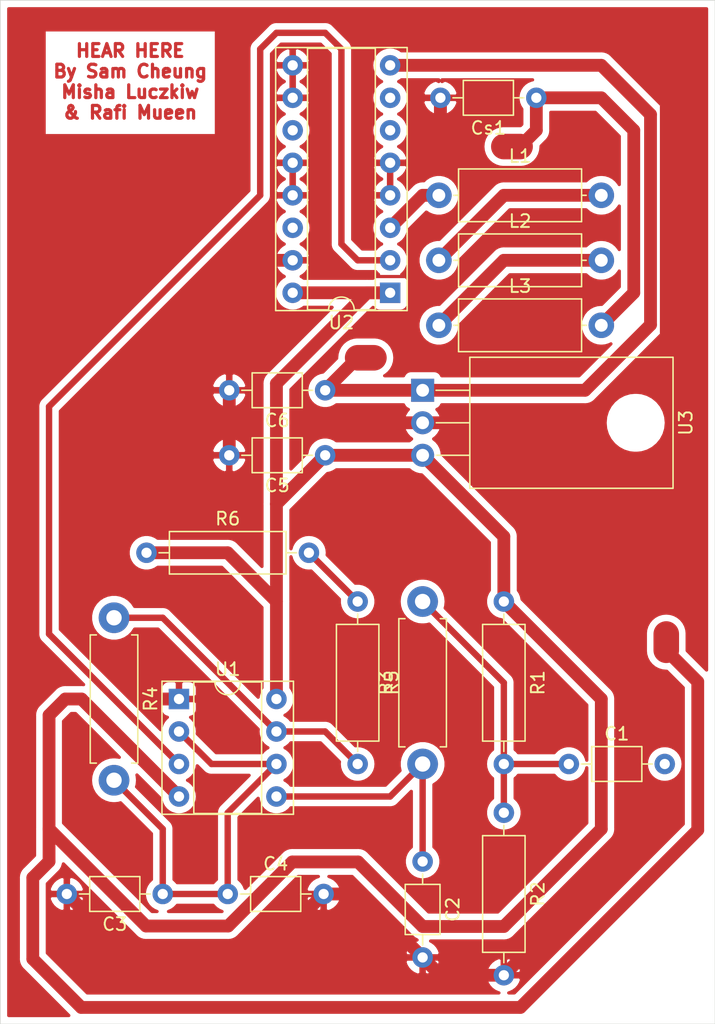
<source format=kicad_pcb>
(kicad_pcb (version 20171130) (host pcbnew "(5.1.0-0)")

  (general
    (thickness 1.6)
    (drawings 5)
    (tracks 123)
    (zones 0)
    (modules 19)
    (nets 19)
  )

  (page A4)
  (layers
    (0 F.Cu signal)
    (31 B.Cu signal)
    (32 B.Adhes user)
    (33 F.Adhes user)
    (34 B.Paste user)
    (35 F.Paste user hide)
    (36 B.SilkS user)
    (37 F.SilkS user)
    (38 B.Mask user)
    (39 F.Mask user)
    (40 Dwgs.User user)
    (41 Cmts.User user)
    (42 Eco1.User user)
    (43 Eco2.User user)
    (44 Edge.Cuts user)
    (45 Margin user)
    (46 B.CrtYd user)
    (47 F.CrtYd user)
    (48 B.Fab user)
    (49 F.Fab user)
  )

  (setup
    (last_trace_width 0.25)
    (user_trace_width 0.5)
    (user_trace_width 1)
    (user_trace_width 2)
    (trace_clearance 0.2)
    (zone_clearance 0.508)
    (zone_45_only no)
    (trace_min 0.2)
    (via_size 0.8)
    (via_drill 0.4)
    (via_min_size 0.4)
    (via_min_drill 0.3)
    (uvia_size 0.3)
    (uvia_drill 0.1)
    (uvias_allowed no)
    (uvia_min_size 0.2)
    (uvia_min_drill 0.1)
    (edge_width 0.05)
    (segment_width 0.2)
    (pcb_text_width 0.3)
    (pcb_text_size 1.5 1.5)
    (mod_edge_width 0.12)
    (mod_text_size 1 1)
    (mod_text_width 0.15)
    (pad_size 1.524 1.524)
    (pad_drill 0.762)
    (pad_to_mask_clearance 0.051)
    (solder_mask_min_width 0.25)
    (aux_axis_origin 0 0)
    (visible_elements FFFFFF7F)
    (pcbplotparams
      (layerselection 0x01000_7fffffff)
      (usegerberextensions false)
      (usegerberattributes false)
      (usegerberadvancedattributes false)
      (creategerberjobfile false)
      (excludeedgelayer true)
      (linewidth 0.100000)
      (plotframeref false)
      (viasonmask false)
      (mode 1)
      (useauxorigin false)
      (hpglpennumber 1)
      (hpglpenspeed 20)
      (hpglpendiameter 15.000000)
      (psnegative true)
      (psa4output false)
      (plotreference true)
      (plotvalue true)
      (plotinvisibletext false)
      (padsonsilk false)
      (subtractmaskfromsilk false)
      (outputformat 4)
      (mirror false)
      (drillshape 0)
      (scaleselection 1)
      (outputdirectory ""))
  )

  (net 0 "")
  (net 1 "Net-(C1-Pad1)")
  (net 2 AUDIO_IN)
  (net 3 GND)
  (net 4 "Net-(C3-Pad1)")
  (net 5 +5V)
  (net 6 +BATT)
  (net 7 SPEAKER_OUT)
  (net 8 AMP_OUT)
  (net 9 "Net-(L1-Pad2)")
  (net 10 "Net-(L2-Pad2)")
  (net 11 "Net-(R4-Pad1)")
  (net 12 "Net-(R5-Pad1)")
  (net 13 MOD_OUT)
  (net 14 "Net-(U2-Pad11)")
  (net 15 "Net-(U2-Pad6)")
  (net 16 "Net-(U2-Pad14)")
  (net 17 "Net-(U2-Pad7)")
  (net 18 SOUND_IN)

  (net_class Default "This is the default net class."
    (clearance 0.2)
    (trace_width 0.25)
    (via_dia 0.8)
    (via_drill 0.4)
    (uvia_dia 0.3)
    (uvia_drill 0.1)
    (add_net +5V)
    (add_net +BATT)
    (add_net AMP_OUT)
    (add_net AUDIO_IN)
    (add_net GND)
    (add_net MOD_OUT)
    (add_net "Net-(C1-Pad1)")
    (add_net "Net-(C3-Pad1)")
    (add_net "Net-(L1-Pad2)")
    (add_net "Net-(L2-Pad2)")
    (add_net "Net-(R4-Pad1)")
    (add_net "Net-(R5-Pad1)")
    (add_net "Net-(U2-Pad11)")
    (add_net "Net-(U2-Pad14)")
    (add_net "Net-(U2-Pad6)")
    (add_net "Net-(U2-Pad7)")
    (add_net SOUND_IN)
    (add_net SPEAKER_OUT)
  )

  (module Inductors_THT:L_Axial_L9.5mm_D4.0mm_P12.70mm_Horizontal_Fastron_SMCC (layer F.Cu) (tedit 587E3FCE) (tstamp 5CC9637B)
    (at 166.37 85.09)
    (descr "L, Axial series, Axial, Horizontal, pin pitch=12.7mm, , length*diameter=9.5*4mm^2, Fastron, SMCC, http://cdn-reichelt.de/documents/datenblatt/B400/DS_SMCC_NEU.pdf, http://cdn-reichelt.de/documents/datenblatt/B400/LEADEDINDUCTORS.pdf")
    (tags "L Axial series Axial Horizontal pin pitch 12.7mm  length 9.5mm diameter 4mm Fastron SMCC")
    (path /5CC8CD1D)
    (fp_text reference L2 (at 6.35 -3.06) (layer F.SilkS)
      (effects (font (size 1 1) (thickness 0.15)))
    )
    (fp_text value 47u (at 6.35 3.06) (layer F.Fab)
      (effects (font (size 1 1) (thickness 0.15)))
    )
    (fp_line (start 13.95 -2.35) (end -1.25 -2.35) (layer F.CrtYd) (width 0.05))
    (fp_line (start 13.95 2.35) (end 13.95 -2.35) (layer F.CrtYd) (width 0.05))
    (fp_line (start -1.25 2.35) (end 13.95 2.35) (layer F.CrtYd) (width 0.05))
    (fp_line (start -1.25 -2.35) (end -1.25 2.35) (layer F.CrtYd) (width 0.05))
    (fp_line (start 11.52 0) (end 11.16 0) (layer F.SilkS) (width 0.12))
    (fp_line (start 1.18 0) (end 1.54 0) (layer F.SilkS) (width 0.12))
    (fp_line (start 11.16 -2.06) (end 1.54 -2.06) (layer F.SilkS) (width 0.12))
    (fp_line (start 11.16 2.06) (end 11.16 -2.06) (layer F.SilkS) (width 0.12))
    (fp_line (start 1.54 2.06) (end 11.16 2.06) (layer F.SilkS) (width 0.12))
    (fp_line (start 1.54 -2.06) (end 1.54 2.06) (layer F.SilkS) (width 0.12))
    (fp_line (start 12.7 0) (end 11.1 0) (layer F.Fab) (width 0.1))
    (fp_line (start 0 0) (end 1.6 0) (layer F.Fab) (width 0.1))
    (fp_line (start 11.1 -2) (end 1.6 -2) (layer F.Fab) (width 0.1))
    (fp_line (start 11.1 2) (end 11.1 -2) (layer F.Fab) (width 0.1))
    (fp_line (start 1.6 2) (end 11.1 2) (layer F.Fab) (width 0.1))
    (fp_line (start 1.6 -2) (end 1.6 2) (layer F.Fab) (width 0.1))
    (pad 2 thru_hole oval (at 12.7 0) (size 2 2) (drill 1) (layers *.Cu *.Mask)
      (net 10 "Net-(L2-Pad2)"))
    (pad 1 thru_hole circle (at 0 0) (size 2 2) (drill 1) (layers *.Cu *.Mask)
      (net 9 "Net-(L1-Pad2)"))
    (model Inductors_THT.3dshapes/L_Axial_L9.5mm_D4.0mm_P12.70mm_Horizontal_Fastron_SMCC.wrl
      (at (xyz 0 0 0))
      (scale (xyz 0.393701 0.393701 0.393701))
      (rotate (xyz 0 0 0))
    )
  )

  (module Housings_DIP:DIP-16_W7.62mm_Socket (layer F.Cu) (tedit 59C78D6B) (tstamp 5CC92D9B)
    (at 162.56 87.63 180)
    (descr "16-lead though-hole mounted DIP package, row spacing 7.62 mm (300 mils), Socket")
    (tags "THT DIP DIL PDIP 2.54mm 7.62mm 300mil Socket")
    (path /5CB9082D)
    (fp_text reference U2 (at 3.81 -2.33 180) (layer F.SilkS)
      (effects (font (size 1 1) (thickness 0.15)))
    )
    (fp_text value L293 (at 3.81 20.11 180) (layer F.Fab)
      (effects (font (size 1 1) (thickness 0.15)))
    )
    (fp_text user %R (at 3.81 8.89 180) (layer F.Fab)
      (effects (font (size 1 1) (thickness 0.15)))
    )
    (fp_line (start 9.15 -1.6) (end -1.55 -1.6) (layer F.CrtYd) (width 0.05))
    (fp_line (start 9.15 19.4) (end 9.15 -1.6) (layer F.CrtYd) (width 0.05))
    (fp_line (start -1.55 19.4) (end 9.15 19.4) (layer F.CrtYd) (width 0.05))
    (fp_line (start -1.55 -1.6) (end -1.55 19.4) (layer F.CrtYd) (width 0.05))
    (fp_line (start 8.95 -1.39) (end -1.33 -1.39) (layer F.SilkS) (width 0.12))
    (fp_line (start 8.95 19.17) (end 8.95 -1.39) (layer F.SilkS) (width 0.12))
    (fp_line (start -1.33 19.17) (end 8.95 19.17) (layer F.SilkS) (width 0.12))
    (fp_line (start -1.33 -1.39) (end -1.33 19.17) (layer F.SilkS) (width 0.12))
    (fp_line (start 6.46 -1.33) (end 4.81 -1.33) (layer F.SilkS) (width 0.12))
    (fp_line (start 6.46 19.11) (end 6.46 -1.33) (layer F.SilkS) (width 0.12))
    (fp_line (start 1.16 19.11) (end 6.46 19.11) (layer F.SilkS) (width 0.12))
    (fp_line (start 1.16 -1.33) (end 1.16 19.11) (layer F.SilkS) (width 0.12))
    (fp_line (start 2.81 -1.33) (end 1.16 -1.33) (layer F.SilkS) (width 0.12))
    (fp_line (start 8.89 -1.33) (end -1.27 -1.33) (layer F.Fab) (width 0.1))
    (fp_line (start 8.89 19.11) (end 8.89 -1.33) (layer F.Fab) (width 0.1))
    (fp_line (start -1.27 19.11) (end 8.89 19.11) (layer F.Fab) (width 0.1))
    (fp_line (start -1.27 -1.33) (end -1.27 19.11) (layer F.Fab) (width 0.1))
    (fp_line (start 0.635 -0.27) (end 1.635 -1.27) (layer F.Fab) (width 0.1))
    (fp_line (start 0.635 19.05) (end 0.635 -0.27) (layer F.Fab) (width 0.1))
    (fp_line (start 6.985 19.05) (end 0.635 19.05) (layer F.Fab) (width 0.1))
    (fp_line (start 6.985 -1.27) (end 6.985 19.05) (layer F.Fab) (width 0.1))
    (fp_line (start 1.635 -1.27) (end 6.985 -1.27) (layer F.Fab) (width 0.1))
    (fp_arc (start 3.81 -1.33) (end 2.81 -1.33) (angle -180) (layer F.SilkS) (width 0.12))
    (pad 16 thru_hole oval (at 7.62 0 180) (size 1.6 1.6) (drill 0.8) (layers *.Cu *.Mask)
      (net 5 +5V))
    (pad 8 thru_hole oval (at 0 17.78 180) (size 1.6 1.6) (drill 0.8) (layers *.Cu *.Mask)
      (net 6 +BATT))
    (pad 15 thru_hole oval (at 7.62 2.54 180) (size 1.6 1.6) (drill 0.8) (layers *.Cu *.Mask)
      (net 3 GND))
    (pad 7 thru_hole oval (at 0 15.24 180) (size 1.6 1.6) (drill 0.8) (layers *.Cu *.Mask)
      (net 17 "Net-(U2-Pad7)"))
    (pad 14 thru_hole oval (at 7.62 5.08 180) (size 1.6 1.6) (drill 0.8) (layers *.Cu *.Mask)
      (net 16 "Net-(U2-Pad14)"))
    (pad 6 thru_hole oval (at 0 12.7 180) (size 1.6 1.6) (drill 0.8) (layers *.Cu *.Mask)
      (net 15 "Net-(U2-Pad6)"))
    (pad 13 thru_hole oval (at 7.62 7.62 180) (size 1.6 1.6) (drill 0.8) (layers *.Cu *.Mask)
      (net 3 GND))
    (pad 5 thru_hole oval (at 0 10.16 180) (size 1.6 1.6) (drill 0.8) (layers *.Cu *.Mask)
      (net 3 GND))
    (pad 12 thru_hole oval (at 7.62 10.16 180) (size 1.6 1.6) (drill 0.8) (layers *.Cu *.Mask)
      (net 3 GND))
    (pad 4 thru_hole oval (at 0 7.62 180) (size 1.6 1.6) (drill 0.8) (layers *.Cu *.Mask)
      (net 3 GND))
    (pad 11 thru_hole oval (at 7.62 12.7 180) (size 1.6 1.6) (drill 0.8) (layers *.Cu *.Mask)
      (net 14 "Net-(U2-Pad11)"))
    (pad 3 thru_hole oval (at 0 5.08 180) (size 1.6 1.6) (drill 0.8) (layers *.Cu *.Mask)
      (net 8 AMP_OUT))
    (pad 10 thru_hole oval (at 7.62 15.24 180) (size 1.6 1.6) (drill 0.8) (layers *.Cu *.Mask)
      (net 3 GND))
    (pad 2 thru_hole oval (at 0 2.54 180) (size 1.6 1.6) (drill 0.8) (layers *.Cu *.Mask)
      (net 13 MOD_OUT))
    (pad 9 thru_hole oval (at 7.62 17.78 180) (size 1.6 1.6) (drill 0.8) (layers *.Cu *.Mask)
      (net 3 GND))
    (pad 1 thru_hole rect (at 0 0 180) (size 1.6 1.6) (drill 0.8) (layers *.Cu *.Mask)
      (net 5 +5V))
    (model ${KISYS3DMOD}/Housings_DIP.3dshapes/DIP-16_W7.62mm_Socket.wrl
      (at (xyz 0 0 0))
      (scale (xyz 1 1 1))
      (rotate (xyz 0 0 0))
    )
  )

  (module Capacitors_THT:C_Axial_L3.8mm_D2.6mm_P7.50mm_Horizontal (layer F.Cu) (tedit 597BC7C2) (tstamp 5CC92C48)
    (at 176.53 124.46)
    (descr "C, Axial series, Axial, Horizontal, pin pitch=7.5mm, , length*diameter=3.8*2.6mm^2, http://www.vishay.com/docs/45231/arseries.pdf")
    (tags "C Axial series Axial Horizontal pin pitch 7.5mm  length 3.8mm diameter 2.6mm")
    (path /5CCA834C)
    (fp_text reference C1 (at 3.75 -2.36) (layer F.SilkS)
      (effects (font (size 1 1) (thickness 0.15)))
    )
    (fp_text value 0.1u (at 3.75 2.36) (layer F.Fab)
      (effects (font (size 1 1) (thickness 0.15)))
    )
    (fp_line (start 1.85 -1.3) (end 1.85 1.3) (layer F.Fab) (width 0.1))
    (fp_line (start 1.85 1.3) (end 5.65 1.3) (layer F.Fab) (width 0.1))
    (fp_line (start 5.65 1.3) (end 5.65 -1.3) (layer F.Fab) (width 0.1))
    (fp_line (start 5.65 -1.3) (end 1.85 -1.3) (layer F.Fab) (width 0.1))
    (fp_line (start 0 0) (end 1.85 0) (layer F.Fab) (width 0.1))
    (fp_line (start 7.5 0) (end 5.65 0) (layer F.Fab) (width 0.1))
    (fp_line (start 1.79 -1.36) (end 1.79 1.36) (layer F.SilkS) (width 0.12))
    (fp_line (start 1.79 1.36) (end 5.71 1.36) (layer F.SilkS) (width 0.12))
    (fp_line (start 5.71 1.36) (end 5.71 -1.36) (layer F.SilkS) (width 0.12))
    (fp_line (start 5.71 -1.36) (end 1.79 -1.36) (layer F.SilkS) (width 0.12))
    (fp_line (start 0.98 0) (end 1.79 0) (layer F.SilkS) (width 0.12))
    (fp_line (start 6.52 0) (end 5.71 0) (layer F.SilkS) (width 0.12))
    (fp_line (start -1.05 -1.65) (end -1.05 1.65) (layer F.CrtYd) (width 0.05))
    (fp_line (start -1.05 1.65) (end 8.55 1.65) (layer F.CrtYd) (width 0.05))
    (fp_line (start 8.55 1.65) (end 8.55 -1.65) (layer F.CrtYd) (width 0.05))
    (fp_line (start 8.55 -1.65) (end -1.05 -1.65) (layer F.CrtYd) (width 0.05))
    (fp_text user %R (at 3.75 0) (layer F.Fab)
      (effects (font (size 1 1) (thickness 0.15)))
    )
    (pad 1 thru_hole circle (at 0 0) (size 1.6 1.6) (drill 0.8) (layers *.Cu *.Mask)
      (net 1 "Net-(C1-Pad1)"))
    (pad 2 thru_hole oval (at 7.5 0) (size 1.6 1.6) (drill 0.8) (layers *.Cu *.Mask)
      (net 18 SOUND_IN))
    (model ${KISYS3DMOD}/Capacitors_THT.3dshapes/C_Axial_L3.8mm_D2.6mm_P7.50mm_Horizontal.wrl
      (at (xyz 0 0 0))
      (scale (xyz 1 1 1))
      (rotate (xyz 0 0 0))
    )
  )

  (module Capacitors_THT:C_Axial_L3.8mm_D2.6mm_P7.50mm_Horizontal (layer F.Cu) (tedit 597BC7C2) (tstamp 5CC92C5F)
    (at 165.1 132.08 270)
    (descr "C, Axial series, Axial, Horizontal, pin pitch=7.5mm, , length*diameter=3.8*2.6mm^2, http://www.vishay.com/docs/45231/arseries.pdf")
    (tags "C Axial series Axial Horizontal pin pitch 7.5mm  length 3.8mm diameter 2.6mm")
    (path /5CCABC73)
    (fp_text reference C2 (at 3.75 -2.36 270) (layer F.SilkS)
      (effects (font (size 1 1) (thickness 0.15)))
    )
    (fp_text value 0.1u (at 3.75 2.36 270) (layer F.Fab)
      (effects (font (size 1 1) (thickness 0.15)))
    )
    (fp_text user %R (at 3.75 0 270) (layer F.Fab)
      (effects (font (size 1 1) (thickness 0.15)))
    )
    (fp_line (start 8.55 -1.65) (end -1.05 -1.65) (layer F.CrtYd) (width 0.05))
    (fp_line (start 8.55 1.65) (end 8.55 -1.65) (layer F.CrtYd) (width 0.05))
    (fp_line (start -1.05 1.65) (end 8.55 1.65) (layer F.CrtYd) (width 0.05))
    (fp_line (start -1.05 -1.65) (end -1.05 1.65) (layer F.CrtYd) (width 0.05))
    (fp_line (start 6.52 0) (end 5.71 0) (layer F.SilkS) (width 0.12))
    (fp_line (start 0.98 0) (end 1.79 0) (layer F.SilkS) (width 0.12))
    (fp_line (start 5.71 -1.36) (end 1.79 -1.36) (layer F.SilkS) (width 0.12))
    (fp_line (start 5.71 1.36) (end 5.71 -1.36) (layer F.SilkS) (width 0.12))
    (fp_line (start 1.79 1.36) (end 5.71 1.36) (layer F.SilkS) (width 0.12))
    (fp_line (start 1.79 -1.36) (end 1.79 1.36) (layer F.SilkS) (width 0.12))
    (fp_line (start 7.5 0) (end 5.65 0) (layer F.Fab) (width 0.1))
    (fp_line (start 0 0) (end 1.85 0) (layer F.Fab) (width 0.1))
    (fp_line (start 5.65 -1.3) (end 1.85 -1.3) (layer F.Fab) (width 0.1))
    (fp_line (start 5.65 1.3) (end 5.65 -1.3) (layer F.Fab) (width 0.1))
    (fp_line (start 1.85 1.3) (end 5.65 1.3) (layer F.Fab) (width 0.1))
    (fp_line (start 1.85 -1.3) (end 1.85 1.3) (layer F.Fab) (width 0.1))
    (pad 2 thru_hole oval (at 7.5 0 270) (size 1.6 1.6) (drill 0.8) (layers *.Cu *.Mask)
      (net 3 GND))
    (pad 1 thru_hole circle (at 0 0 270) (size 1.6 1.6) (drill 0.8) (layers *.Cu *.Mask)
      (net 2 AUDIO_IN))
    (model ${KISYS3DMOD}/Capacitors_THT.3dshapes/C_Axial_L3.8mm_D2.6mm_P7.50mm_Horizontal.wrl
      (at (xyz 0 0 0))
      (scale (xyz 1 1 1))
      (rotate (xyz 0 0 0))
    )
  )

  (module Capacitors_THT:C_Axial_L3.8mm_D2.6mm_P7.50mm_Horizontal (layer F.Cu) (tedit 597BC7C2) (tstamp 5CC92C76)
    (at 144.78 134.62 180)
    (descr "C, Axial series, Axial, Horizontal, pin pitch=7.5mm, , length*diameter=3.8*2.6mm^2, http://www.vishay.com/docs/45231/arseries.pdf")
    (tags "C Axial series Axial Horizontal pin pitch 7.5mm  length 3.8mm diameter 2.6mm")
    (path /5CC9E1F7)
    (fp_text reference C3 (at 3.75 -2.36 180) (layer F.SilkS)
      (effects (font (size 1 1) (thickness 0.15)))
    )
    (fp_text value 80p (at 3.75 2.36 180) (layer F.Fab)
      (effects (font (size 1 1) (thickness 0.15)))
    )
    (fp_line (start 1.85 -1.3) (end 1.85 1.3) (layer F.Fab) (width 0.1))
    (fp_line (start 1.85 1.3) (end 5.65 1.3) (layer F.Fab) (width 0.1))
    (fp_line (start 5.65 1.3) (end 5.65 -1.3) (layer F.Fab) (width 0.1))
    (fp_line (start 5.65 -1.3) (end 1.85 -1.3) (layer F.Fab) (width 0.1))
    (fp_line (start 0 0) (end 1.85 0) (layer F.Fab) (width 0.1))
    (fp_line (start 7.5 0) (end 5.65 0) (layer F.Fab) (width 0.1))
    (fp_line (start 1.79 -1.36) (end 1.79 1.36) (layer F.SilkS) (width 0.12))
    (fp_line (start 1.79 1.36) (end 5.71 1.36) (layer F.SilkS) (width 0.12))
    (fp_line (start 5.71 1.36) (end 5.71 -1.36) (layer F.SilkS) (width 0.12))
    (fp_line (start 5.71 -1.36) (end 1.79 -1.36) (layer F.SilkS) (width 0.12))
    (fp_line (start 0.98 0) (end 1.79 0) (layer F.SilkS) (width 0.12))
    (fp_line (start 6.52 0) (end 5.71 0) (layer F.SilkS) (width 0.12))
    (fp_line (start -1.05 -1.65) (end -1.05 1.65) (layer F.CrtYd) (width 0.05))
    (fp_line (start -1.05 1.65) (end 8.55 1.65) (layer F.CrtYd) (width 0.05))
    (fp_line (start 8.55 1.65) (end 8.55 -1.65) (layer F.CrtYd) (width 0.05))
    (fp_line (start 8.55 -1.65) (end -1.05 -1.65) (layer F.CrtYd) (width 0.05))
    (fp_text user %R (at 3.75 0 180) (layer F.Fab)
      (effects (font (size 1 1) (thickness 0.15)))
    )
    (pad 1 thru_hole circle (at 0 0 180) (size 1.6 1.6) (drill 0.8) (layers *.Cu *.Mask)
      (net 4 "Net-(C3-Pad1)"))
    (pad 2 thru_hole oval (at 7.5 0 180) (size 1.6 1.6) (drill 0.8) (layers *.Cu *.Mask)
      (net 3 GND))
    (model ${KISYS3DMOD}/Capacitors_THT.3dshapes/C_Axial_L3.8mm_D2.6mm_P7.50mm_Horizontal.wrl
      (at (xyz 0 0 0))
      (scale (xyz 1 1 1))
      (rotate (xyz 0 0 0))
    )
  )

  (module Capacitors_THT:C_Axial_L3.8mm_D2.6mm_P7.50mm_Horizontal (layer F.Cu) (tedit 597BC7C2) (tstamp 5CC92C8D)
    (at 149.86 134.62)
    (descr "C, Axial series, Axial, Horizontal, pin pitch=7.5mm, , length*diameter=3.8*2.6mm^2, http://www.vishay.com/docs/45231/arseries.pdf")
    (tags "C Axial series Axial Horizontal pin pitch 7.5mm  length 3.8mm diameter 2.6mm")
    (path /5CCE2E45)
    (fp_text reference C4 (at 3.75 -2.36) (layer F.SilkS)
      (effects (font (size 1 1) (thickness 0.15)))
    )
    (fp_text value 80p (at 3.75 2.36) (layer F.Fab)
      (effects (font (size 1 1) (thickness 0.15)))
    )
    (fp_text user %R (at 3.75 0) (layer F.Fab)
      (effects (font (size 1 1) (thickness 0.15)))
    )
    (fp_line (start 8.55 -1.65) (end -1.05 -1.65) (layer F.CrtYd) (width 0.05))
    (fp_line (start 8.55 1.65) (end 8.55 -1.65) (layer F.CrtYd) (width 0.05))
    (fp_line (start -1.05 1.65) (end 8.55 1.65) (layer F.CrtYd) (width 0.05))
    (fp_line (start -1.05 -1.65) (end -1.05 1.65) (layer F.CrtYd) (width 0.05))
    (fp_line (start 6.52 0) (end 5.71 0) (layer F.SilkS) (width 0.12))
    (fp_line (start 0.98 0) (end 1.79 0) (layer F.SilkS) (width 0.12))
    (fp_line (start 5.71 -1.36) (end 1.79 -1.36) (layer F.SilkS) (width 0.12))
    (fp_line (start 5.71 1.36) (end 5.71 -1.36) (layer F.SilkS) (width 0.12))
    (fp_line (start 1.79 1.36) (end 5.71 1.36) (layer F.SilkS) (width 0.12))
    (fp_line (start 1.79 -1.36) (end 1.79 1.36) (layer F.SilkS) (width 0.12))
    (fp_line (start 7.5 0) (end 5.65 0) (layer F.Fab) (width 0.1))
    (fp_line (start 0 0) (end 1.85 0) (layer F.Fab) (width 0.1))
    (fp_line (start 5.65 -1.3) (end 1.85 -1.3) (layer F.Fab) (width 0.1))
    (fp_line (start 5.65 1.3) (end 5.65 -1.3) (layer F.Fab) (width 0.1))
    (fp_line (start 1.85 1.3) (end 5.65 1.3) (layer F.Fab) (width 0.1))
    (fp_line (start 1.85 -1.3) (end 1.85 1.3) (layer F.Fab) (width 0.1))
    (pad 2 thru_hole oval (at 7.5 0) (size 1.6 1.6) (drill 0.8) (layers *.Cu *.Mask)
      (net 3 GND))
    (pad 1 thru_hole circle (at 0 0) (size 1.6 1.6) (drill 0.8) (layers *.Cu *.Mask)
      (net 4 "Net-(C3-Pad1)"))
    (model ${KISYS3DMOD}/Capacitors_THT.3dshapes/C_Axial_L3.8mm_D2.6mm_P7.50mm_Horizontal.wrl
      (at (xyz 0 0 0))
      (scale (xyz 1 1 1))
      (rotate (xyz 0 0 0))
    )
  )

  (module Capacitors_THT:C_Axial_L3.8mm_D2.6mm_P7.50mm_Horizontal (layer F.Cu) (tedit 597BC7C2) (tstamp 5CC92CA4)
    (at 157.48 100.33 180)
    (descr "C, Axial series, Axial, Horizontal, pin pitch=7.5mm, , length*diameter=3.8*2.6mm^2, http://www.vishay.com/docs/45231/arseries.pdf")
    (tags "C Axial series Axial Horizontal pin pitch 7.5mm  length 3.8mm diameter 2.6mm")
    (path /5CCD5AB0)
    (fp_text reference C5 (at 3.75 -2.36 180) (layer F.SilkS)
      (effects (font (size 1 1) (thickness 0.15)))
    )
    (fp_text value 0.1u (at 3.75 2.36 180) (layer F.Fab)
      (effects (font (size 1 1) (thickness 0.15)))
    )
    (fp_text user %R (at 3.75 0 180) (layer F.Fab)
      (effects (font (size 1 1) (thickness 0.15)))
    )
    (fp_line (start 8.55 -1.65) (end -1.05 -1.65) (layer F.CrtYd) (width 0.05))
    (fp_line (start 8.55 1.65) (end 8.55 -1.65) (layer F.CrtYd) (width 0.05))
    (fp_line (start -1.05 1.65) (end 8.55 1.65) (layer F.CrtYd) (width 0.05))
    (fp_line (start -1.05 -1.65) (end -1.05 1.65) (layer F.CrtYd) (width 0.05))
    (fp_line (start 6.52 0) (end 5.71 0) (layer F.SilkS) (width 0.12))
    (fp_line (start 0.98 0) (end 1.79 0) (layer F.SilkS) (width 0.12))
    (fp_line (start 5.71 -1.36) (end 1.79 -1.36) (layer F.SilkS) (width 0.12))
    (fp_line (start 5.71 1.36) (end 5.71 -1.36) (layer F.SilkS) (width 0.12))
    (fp_line (start 1.79 1.36) (end 5.71 1.36) (layer F.SilkS) (width 0.12))
    (fp_line (start 1.79 -1.36) (end 1.79 1.36) (layer F.SilkS) (width 0.12))
    (fp_line (start 7.5 0) (end 5.65 0) (layer F.Fab) (width 0.1))
    (fp_line (start 0 0) (end 1.85 0) (layer F.Fab) (width 0.1))
    (fp_line (start 5.65 -1.3) (end 1.85 -1.3) (layer F.Fab) (width 0.1))
    (fp_line (start 5.65 1.3) (end 5.65 -1.3) (layer F.Fab) (width 0.1))
    (fp_line (start 1.85 1.3) (end 5.65 1.3) (layer F.Fab) (width 0.1))
    (fp_line (start 1.85 -1.3) (end 1.85 1.3) (layer F.Fab) (width 0.1))
    (pad 2 thru_hole oval (at 7.5 0 180) (size 1.6 1.6) (drill 0.8) (layers *.Cu *.Mask)
      (net 3 GND))
    (pad 1 thru_hole circle (at 0 0 180) (size 1.6 1.6) (drill 0.8) (layers *.Cu *.Mask)
      (net 5 +5V))
    (model ${KISYS3DMOD}/Capacitors_THT.3dshapes/C_Axial_L3.8mm_D2.6mm_P7.50mm_Horizontal.wrl
      (at (xyz 0 0 0))
      (scale (xyz 1 1 1))
      (rotate (xyz 0 0 0))
    )
  )

  (module Capacitors_THT:C_Axial_L3.8mm_D2.6mm_P7.50mm_Horizontal (layer F.Cu) (tedit 597BC7C2) (tstamp 5CC92CBB)
    (at 157.48 95.25 180)
    (descr "C, Axial series, Axial, Horizontal, pin pitch=7.5mm, , length*diameter=3.8*2.6mm^2, http://www.vishay.com/docs/45231/arseries.pdf")
    (tags "C Axial series Axial Horizontal pin pitch 7.5mm  length 3.8mm diameter 2.6mm")
    (path /5CCD6984)
    (fp_text reference C6 (at 3.75 -2.36 180) (layer F.SilkS)
      (effects (font (size 1 1) (thickness 0.15)))
    )
    (fp_text value 0.33u (at 3.75 2.36 180) (layer F.Fab)
      (effects (font (size 1 1) (thickness 0.15)))
    )
    (fp_line (start 1.85 -1.3) (end 1.85 1.3) (layer F.Fab) (width 0.1))
    (fp_line (start 1.85 1.3) (end 5.65 1.3) (layer F.Fab) (width 0.1))
    (fp_line (start 5.65 1.3) (end 5.65 -1.3) (layer F.Fab) (width 0.1))
    (fp_line (start 5.65 -1.3) (end 1.85 -1.3) (layer F.Fab) (width 0.1))
    (fp_line (start 0 0) (end 1.85 0) (layer F.Fab) (width 0.1))
    (fp_line (start 7.5 0) (end 5.65 0) (layer F.Fab) (width 0.1))
    (fp_line (start 1.79 -1.36) (end 1.79 1.36) (layer F.SilkS) (width 0.12))
    (fp_line (start 1.79 1.36) (end 5.71 1.36) (layer F.SilkS) (width 0.12))
    (fp_line (start 5.71 1.36) (end 5.71 -1.36) (layer F.SilkS) (width 0.12))
    (fp_line (start 5.71 -1.36) (end 1.79 -1.36) (layer F.SilkS) (width 0.12))
    (fp_line (start 0.98 0) (end 1.79 0) (layer F.SilkS) (width 0.12))
    (fp_line (start 6.52 0) (end 5.71 0) (layer F.SilkS) (width 0.12))
    (fp_line (start -1.05 -1.65) (end -1.05 1.65) (layer F.CrtYd) (width 0.05))
    (fp_line (start -1.05 1.65) (end 8.55 1.65) (layer F.CrtYd) (width 0.05))
    (fp_line (start 8.55 1.65) (end 8.55 -1.65) (layer F.CrtYd) (width 0.05))
    (fp_line (start 8.55 -1.65) (end -1.05 -1.65) (layer F.CrtYd) (width 0.05))
    (fp_text user %R (at 3.75 0 180) (layer F.Fab)
      (effects (font (size 1 1) (thickness 0.15)))
    )
    (pad 1 thru_hole circle (at 0 0 180) (size 1.6 1.6) (drill 0.8) (layers *.Cu *.Mask)
      (net 6 +BATT))
    (pad 2 thru_hole oval (at 7.5 0 180) (size 1.6 1.6) (drill 0.8) (layers *.Cu *.Mask)
      (net 3 GND))
    (model ${KISYS3DMOD}/Capacitors_THT.3dshapes/C_Axial_L3.8mm_D2.6mm_P7.50mm_Horizontal.wrl
      (at (xyz 0 0 0))
      (scale (xyz 1 1 1))
      (rotate (xyz 0 0 0))
    )
  )

  (module Capacitors_THT:C_Axial_L3.8mm_D2.6mm_P7.50mm_Horizontal (layer F.Cu) (tedit 597BC7C2) (tstamp 5CC92CD2)
    (at 173.99 72.39 180)
    (descr "C, Axial series, Axial, Horizontal, pin pitch=7.5mm, , length*diameter=3.8*2.6mm^2, http://www.vishay.com/docs/45231/arseries.pdf")
    (tags "C Axial series Axial Horizontal pin pitch 7.5mm  length 3.8mm diameter 2.6mm")
    (path /5CC92155)
    (fp_text reference Cs1 (at 3.75 -2.36 180) (layer F.SilkS)
      (effects (font (size 1 1) (thickness 0.15)))
    )
    (fp_text value 0.039u (at 3.75 2.36 180) (layer F.Fab)
      (effects (font (size 1 1) (thickness 0.15)))
    )
    (fp_text user %R (at 3.75 0 180) (layer F.Fab)
      (effects (font (size 1 1) (thickness 0.15)))
    )
    (fp_line (start 8.55 -1.65) (end -1.05 -1.65) (layer F.CrtYd) (width 0.05))
    (fp_line (start 8.55 1.65) (end 8.55 -1.65) (layer F.CrtYd) (width 0.05))
    (fp_line (start -1.05 1.65) (end 8.55 1.65) (layer F.CrtYd) (width 0.05))
    (fp_line (start -1.05 -1.65) (end -1.05 1.65) (layer F.CrtYd) (width 0.05))
    (fp_line (start 6.52 0) (end 5.71 0) (layer F.SilkS) (width 0.12))
    (fp_line (start 0.98 0) (end 1.79 0) (layer F.SilkS) (width 0.12))
    (fp_line (start 5.71 -1.36) (end 1.79 -1.36) (layer F.SilkS) (width 0.12))
    (fp_line (start 5.71 1.36) (end 5.71 -1.36) (layer F.SilkS) (width 0.12))
    (fp_line (start 1.79 1.36) (end 5.71 1.36) (layer F.SilkS) (width 0.12))
    (fp_line (start 1.79 -1.36) (end 1.79 1.36) (layer F.SilkS) (width 0.12))
    (fp_line (start 7.5 0) (end 5.65 0) (layer F.Fab) (width 0.1))
    (fp_line (start 0 0) (end 1.85 0) (layer F.Fab) (width 0.1))
    (fp_line (start 5.65 -1.3) (end 1.85 -1.3) (layer F.Fab) (width 0.1))
    (fp_line (start 5.65 1.3) (end 5.65 -1.3) (layer F.Fab) (width 0.1))
    (fp_line (start 1.85 1.3) (end 5.65 1.3) (layer F.Fab) (width 0.1))
    (fp_line (start 1.85 -1.3) (end 1.85 1.3) (layer F.Fab) (width 0.1))
    (pad 2 thru_hole oval (at 7.5 0 180) (size 1.6 1.6) (drill 0.8) (layers *.Cu *.Mask)
      (net 3 GND))
    (pad 1 thru_hole circle (at 0 0 180) (size 1.6 1.6) (drill 0.8) (layers *.Cu *.Mask)
      (net 7 SPEAKER_OUT))
    (model ${KISYS3DMOD}/Capacitors_THT.3dshapes/C_Axial_L3.8mm_D2.6mm_P7.50mm_Horizontal.wrl
      (at (xyz 0 0 0))
      (scale (xyz 1 1 1))
      (rotate (xyz 0 0 0))
    )
  )

  (module Housings_DIP:DIP-8_W7.62mm_Socket (layer F.Cu) (tedit 59C78D6B) (tstamp 5CC92D6F)
    (at 146.05 119.38)
    (descr "8-lead though-hole mounted DIP package, row spacing 7.62 mm (300 mils), Socket")
    (tags "THT DIP DIL PDIP 2.54mm 7.62mm 300mil Socket")
    (path /5CB8E6AF)
    (fp_text reference U1 (at 3.81 -2.33) (layer F.SilkS)
      (effects (font (size 1 1) (thickness 0.15)))
    )
    (fp_text value LM555 (at 3.81 9.95) (layer F.Fab)
      (effects (font (size 1 1) (thickness 0.15)))
    )
    (fp_text user %R (at 3.81 3.81) (layer F.Fab)
      (effects (font (size 1 1) (thickness 0.15)))
    )
    (fp_line (start 9.15 -1.6) (end -1.55 -1.6) (layer F.CrtYd) (width 0.05))
    (fp_line (start 9.15 9.2) (end 9.15 -1.6) (layer F.CrtYd) (width 0.05))
    (fp_line (start -1.55 9.2) (end 9.15 9.2) (layer F.CrtYd) (width 0.05))
    (fp_line (start -1.55 -1.6) (end -1.55 9.2) (layer F.CrtYd) (width 0.05))
    (fp_line (start 8.95 -1.39) (end -1.33 -1.39) (layer F.SilkS) (width 0.12))
    (fp_line (start 8.95 9.01) (end 8.95 -1.39) (layer F.SilkS) (width 0.12))
    (fp_line (start -1.33 9.01) (end 8.95 9.01) (layer F.SilkS) (width 0.12))
    (fp_line (start -1.33 -1.39) (end -1.33 9.01) (layer F.SilkS) (width 0.12))
    (fp_line (start 6.46 -1.33) (end 4.81 -1.33) (layer F.SilkS) (width 0.12))
    (fp_line (start 6.46 8.95) (end 6.46 -1.33) (layer F.SilkS) (width 0.12))
    (fp_line (start 1.16 8.95) (end 6.46 8.95) (layer F.SilkS) (width 0.12))
    (fp_line (start 1.16 -1.33) (end 1.16 8.95) (layer F.SilkS) (width 0.12))
    (fp_line (start 2.81 -1.33) (end 1.16 -1.33) (layer F.SilkS) (width 0.12))
    (fp_line (start 8.89 -1.33) (end -1.27 -1.33) (layer F.Fab) (width 0.1))
    (fp_line (start 8.89 8.95) (end 8.89 -1.33) (layer F.Fab) (width 0.1))
    (fp_line (start -1.27 8.95) (end 8.89 8.95) (layer F.Fab) (width 0.1))
    (fp_line (start -1.27 -1.33) (end -1.27 8.95) (layer F.Fab) (width 0.1))
    (fp_line (start 0.635 -0.27) (end 1.635 -1.27) (layer F.Fab) (width 0.1))
    (fp_line (start 0.635 8.89) (end 0.635 -0.27) (layer F.Fab) (width 0.1))
    (fp_line (start 6.985 8.89) (end 0.635 8.89) (layer F.Fab) (width 0.1))
    (fp_line (start 6.985 -1.27) (end 6.985 8.89) (layer F.Fab) (width 0.1))
    (fp_line (start 1.635 -1.27) (end 6.985 -1.27) (layer F.Fab) (width 0.1))
    (fp_arc (start 3.81 -1.33) (end 2.81 -1.33) (angle -180) (layer F.SilkS) (width 0.12))
    (pad 8 thru_hole oval (at 7.62 0) (size 1.6 1.6) (drill 0.8) (layers *.Cu *.Mask)
      (net 5 +5V))
    (pad 4 thru_hole oval (at 0 7.62) (size 1.6 1.6) (drill 0.8) (layers *.Cu *.Mask)
      (net 5 +5V))
    (pad 7 thru_hole oval (at 7.62 2.54) (size 1.6 1.6) (drill 0.8) (layers *.Cu *.Mask)
      (net 11 "Net-(R4-Pad1)"))
    (pad 3 thru_hole oval (at 0 5.08) (size 1.6 1.6) (drill 0.8) (layers *.Cu *.Mask)
      (net 13 MOD_OUT))
    (pad 6 thru_hole oval (at 7.62 5.08) (size 1.6 1.6) (drill 0.8) (layers *.Cu *.Mask)
      (net 4 "Net-(C3-Pad1)"))
    (pad 2 thru_hole oval (at 0 2.54) (size 1.6 1.6) (drill 0.8) (layers *.Cu *.Mask)
      (net 4 "Net-(C3-Pad1)"))
    (pad 5 thru_hole oval (at 7.62 7.62) (size 1.6 1.6) (drill 0.8) (layers *.Cu *.Mask)
      (net 2 AUDIO_IN))
    (pad 1 thru_hole rect (at 0 0) (size 1.6 1.6) (drill 0.8) (layers *.Cu *.Mask)
      (net 3 GND))
    (model ${KISYS3DMOD}/Housings_DIP.3dshapes/DIP-8_W7.62mm_Socket.wrl
      (at (xyz 0 0 0))
      (scale (xyz 1 1 1))
      (rotate (xyz 0 0 0))
    )
  )

  (module TO_SOT_Packages_THT:TO-220-3_Horizontal (layer F.Cu) (tedit 58CE52AD) (tstamp 5CC92DBB)
    (at 165.1 95.25 270)
    (descr "TO-220-3, Horizontal, RM 2.54mm")
    (tags "TO-220-3 Horizontal RM 2.54mm")
    (path /5CCD353B)
    (fp_text reference U3 (at 2.54 -20.58 270) (layer F.SilkS)
      (effects (font (size 1 1) (thickness 0.15)))
    )
    (fp_text value L7805 (at 2.54 1.9 270) (layer F.Fab)
      (effects (font (size 1 1) (thickness 0.15)))
    )
    (fp_circle (center 2.54 -16.66) (end 4.39 -16.66) (layer F.Fab) (width 0.1))
    (fp_line (start 7.79 -19.71) (end -2.71 -19.71) (layer F.CrtYd) (width 0.05))
    (fp_line (start 7.79 1.15) (end 7.79 -19.71) (layer F.CrtYd) (width 0.05))
    (fp_line (start -2.71 1.15) (end 7.79 1.15) (layer F.CrtYd) (width 0.05))
    (fp_line (start -2.71 -19.71) (end -2.71 1.15) (layer F.CrtYd) (width 0.05))
    (fp_line (start 5.08 -3.69) (end 5.08 -1.066) (layer F.SilkS) (width 0.12))
    (fp_line (start 2.54 -3.69) (end 2.54 -1.066) (layer F.SilkS) (width 0.12))
    (fp_line (start 0 -3.69) (end 0 -1.05) (layer F.SilkS) (width 0.12))
    (fp_line (start 7.66 -19.58) (end 7.66 -3.69) (layer F.SilkS) (width 0.12))
    (fp_line (start -2.58 -19.58) (end -2.58 -3.69) (layer F.SilkS) (width 0.12))
    (fp_line (start -2.58 -19.58) (end 7.66 -19.58) (layer F.SilkS) (width 0.12))
    (fp_line (start -2.58 -3.69) (end 7.66 -3.69) (layer F.SilkS) (width 0.12))
    (fp_line (start 5.08 -3.81) (end 5.08 0) (layer F.Fab) (width 0.1))
    (fp_line (start 2.54 -3.81) (end 2.54 0) (layer F.Fab) (width 0.1))
    (fp_line (start 0 -3.81) (end 0 0) (layer F.Fab) (width 0.1))
    (fp_line (start 7.54 -3.81) (end -2.46 -3.81) (layer F.Fab) (width 0.1))
    (fp_line (start 7.54 -13.06) (end 7.54 -3.81) (layer F.Fab) (width 0.1))
    (fp_line (start -2.46 -13.06) (end 7.54 -13.06) (layer F.Fab) (width 0.1))
    (fp_line (start -2.46 -3.81) (end -2.46 -13.06) (layer F.Fab) (width 0.1))
    (fp_line (start 7.54 -13.06) (end -2.46 -13.06) (layer F.Fab) (width 0.1))
    (fp_line (start 7.54 -19.46) (end 7.54 -13.06) (layer F.Fab) (width 0.1))
    (fp_line (start -2.46 -19.46) (end 7.54 -19.46) (layer F.Fab) (width 0.1))
    (fp_line (start -2.46 -13.06) (end -2.46 -19.46) (layer F.Fab) (width 0.1))
    (fp_text user %R (at 2.54 -20.58 270) (layer F.Fab)
      (effects (font (size 1 1) (thickness 0.15)))
    )
    (pad 3 thru_hole oval (at 5.08 0 270) (size 1.8 1.8) (drill 1) (layers *.Cu *.Mask)
      (net 5 +5V))
    (pad 2 thru_hole oval (at 2.54 0 270) (size 1.8 1.8) (drill 1) (layers *.Cu *.Mask)
      (net 3 GND))
    (pad 1 thru_hole rect (at 0 0 270) (size 1.8 1.8) (drill 1) (layers *.Cu *.Mask)
      (net 6 +BATT))
    (pad 0 np_thru_hole oval (at 2.54 -16.66 270) (size 3.5 3.5) (drill 3.5) (layers *.Cu *.Mask))
    (model ${KISYS3DMOD}/TO_SOT_Packages_THT.3dshapes/TO-220-3_Horizontal.wrl
      (offset (xyz 2.539999961853027 0 0))
      (scale (xyz 0.393701 0.393701 0.393701))
      (rotate (xyz 0 0 0))
    )
  )

  (module Resistors_THT:R_Axial_DIN0309_L9.0mm_D3.2mm_P12.70mm_Horizontal (layer F.Cu) (tedit 5874F706) (tstamp 5CC95020)
    (at 171.45 111.76 270)
    (descr "Resistor, Axial_DIN0309 series, Axial, Horizontal, pin pitch=12.7mm, 0.5W = 1/2W, length*diameter=9*3.2mm^2, http://cdn-reichelt.de/documents/datenblatt/B400/1_4W%23YAG.pdf")
    (tags "Resistor Axial_DIN0309 series Axial Horizontal pin pitch 12.7mm 0.5W = 1/2W length 9mm diameter 3.2mm")
    (path /5CCA2328)
    (fp_text reference R1 (at 6.35 -2.66 270) (layer F.SilkS)
      (effects (font (size 1 1) (thickness 0.15)))
    )
    (fp_text value 2.2k (at 6.35 2.66 270) (layer F.Fab)
      (effects (font (size 1 1) (thickness 0.15)))
    )
    (fp_line (start 1.85 -1.6) (end 1.85 1.6) (layer F.Fab) (width 0.1))
    (fp_line (start 1.85 1.6) (end 10.85 1.6) (layer F.Fab) (width 0.1))
    (fp_line (start 10.85 1.6) (end 10.85 -1.6) (layer F.Fab) (width 0.1))
    (fp_line (start 10.85 -1.6) (end 1.85 -1.6) (layer F.Fab) (width 0.1))
    (fp_line (start 0 0) (end 1.85 0) (layer F.Fab) (width 0.1))
    (fp_line (start 12.7 0) (end 10.85 0) (layer F.Fab) (width 0.1))
    (fp_line (start 1.79 -1.66) (end 1.79 1.66) (layer F.SilkS) (width 0.12))
    (fp_line (start 1.79 1.66) (end 10.91 1.66) (layer F.SilkS) (width 0.12))
    (fp_line (start 10.91 1.66) (end 10.91 -1.66) (layer F.SilkS) (width 0.12))
    (fp_line (start 10.91 -1.66) (end 1.79 -1.66) (layer F.SilkS) (width 0.12))
    (fp_line (start 0.98 0) (end 1.79 0) (layer F.SilkS) (width 0.12))
    (fp_line (start 11.72 0) (end 10.91 0) (layer F.SilkS) (width 0.12))
    (fp_line (start -1.05 -1.95) (end -1.05 1.95) (layer F.CrtYd) (width 0.05))
    (fp_line (start -1.05 1.95) (end 13.75 1.95) (layer F.CrtYd) (width 0.05))
    (fp_line (start 13.75 1.95) (end 13.75 -1.95) (layer F.CrtYd) (width 0.05))
    (fp_line (start 13.75 -1.95) (end -1.05 -1.95) (layer F.CrtYd) (width 0.05))
    (pad 1 thru_hole circle (at 0 0 270) (size 1.6 1.6) (drill 0.8) (layers *.Cu *.Mask)
      (net 5 +5V))
    (pad 2 thru_hole oval (at 12.7 0 270) (size 1.6 1.6) (drill 0.8) (layers *.Cu *.Mask)
      (net 1 "Net-(C1-Pad1)"))
    (model ${KISYS3DMOD}/Resistors_THT.3dshapes/R_Axial_DIN0309_L9.0mm_D3.2mm_P12.70mm_Horizontal.wrl
      (at (xyz 0 0 0))
      (scale (xyz 0.393701 0.393701 0.393701))
      (rotate (xyz 0 0 0))
    )
  )

  (module Resistors_THT:R_Axial_DIN0309_L9.0mm_D3.2mm_P12.70mm_Horizontal (layer F.Cu) (tedit 5874F706) (tstamp 5CC95035)
    (at 171.45 128.27 270)
    (descr "Resistor, Axial_DIN0309 series, Axial, Horizontal, pin pitch=12.7mm, 0.5W = 1/2W, length*diameter=9*3.2mm^2, http://cdn-reichelt.de/documents/datenblatt/B400/1_4W%23YAG.pdf")
    (tags "Resistor Axial_DIN0309 series Axial Horizontal pin pitch 12.7mm 0.5W = 1/2W length 9mm diameter 3.2mm")
    (path /5CCA1E7B)
    (fp_text reference R2 (at 6.35 -2.66 270) (layer F.SilkS)
      (effects (font (size 1 1) (thickness 0.15)))
    )
    (fp_text value 3.3k (at 6.35 2.66 270) (layer F.Fab)
      (effects (font (size 1 1) (thickness 0.15)))
    )
    (fp_line (start 13.75 -1.95) (end -1.05 -1.95) (layer F.CrtYd) (width 0.05))
    (fp_line (start 13.75 1.95) (end 13.75 -1.95) (layer F.CrtYd) (width 0.05))
    (fp_line (start -1.05 1.95) (end 13.75 1.95) (layer F.CrtYd) (width 0.05))
    (fp_line (start -1.05 -1.95) (end -1.05 1.95) (layer F.CrtYd) (width 0.05))
    (fp_line (start 11.72 0) (end 10.91 0) (layer F.SilkS) (width 0.12))
    (fp_line (start 0.98 0) (end 1.79 0) (layer F.SilkS) (width 0.12))
    (fp_line (start 10.91 -1.66) (end 1.79 -1.66) (layer F.SilkS) (width 0.12))
    (fp_line (start 10.91 1.66) (end 10.91 -1.66) (layer F.SilkS) (width 0.12))
    (fp_line (start 1.79 1.66) (end 10.91 1.66) (layer F.SilkS) (width 0.12))
    (fp_line (start 1.79 -1.66) (end 1.79 1.66) (layer F.SilkS) (width 0.12))
    (fp_line (start 12.7 0) (end 10.85 0) (layer F.Fab) (width 0.1))
    (fp_line (start 0 0) (end 1.85 0) (layer F.Fab) (width 0.1))
    (fp_line (start 10.85 -1.6) (end 1.85 -1.6) (layer F.Fab) (width 0.1))
    (fp_line (start 10.85 1.6) (end 10.85 -1.6) (layer F.Fab) (width 0.1))
    (fp_line (start 1.85 1.6) (end 10.85 1.6) (layer F.Fab) (width 0.1))
    (fp_line (start 1.85 -1.6) (end 1.85 1.6) (layer F.Fab) (width 0.1))
    (pad 2 thru_hole oval (at 12.7 0 270) (size 1.6 1.6) (drill 0.8) (layers *.Cu *.Mask)
      (net 3 GND))
    (pad 1 thru_hole circle (at 0 0 270) (size 1.6 1.6) (drill 0.8) (layers *.Cu *.Mask)
      (net 1 "Net-(C1-Pad1)"))
    (model ${KISYS3DMOD}/Resistors_THT.3dshapes/R_Axial_DIN0309_L9.0mm_D3.2mm_P12.70mm_Horizontal.wrl
      (at (xyz 0 0 0))
      (scale (xyz 0.393701 0.393701 0.393701))
      (rotate (xyz 0 0 0))
    )
  )

  (module Resistors_THT:R_Axial_DIN0411_L9.9mm_D3.6mm_P12.70mm_Horizontal (layer F.Cu) (tedit 5874F706) (tstamp 5CC9504A)
    (at 165.1 124.46 90)
    (descr "Resistor, Axial_DIN0411 series, Axial, Horizontal, pin pitch=12.7mm, 1W = 1/1W, length*diameter=9.9*3.6mm^2")
    (tags "Resistor Axial_DIN0411 series Axial Horizontal pin pitch 12.7mm 1W = 1/1W length 9.9mm diameter 3.6mm")
    (path /5CCA1389)
    (fp_text reference R3 (at 6.35 -2.86 90) (layer F.SilkS)
      (effects (font (size 1 1) (thickness 0.15)))
    )
    (fp_text value 1k (at 6.35 2.86 90) (layer F.Fab)
      (effects (font (size 1 1) (thickness 0.15)))
    )
    (fp_line (start 1.4 -1.8) (end 1.4 1.8) (layer F.Fab) (width 0.1))
    (fp_line (start 1.4 1.8) (end 11.3 1.8) (layer F.Fab) (width 0.1))
    (fp_line (start 11.3 1.8) (end 11.3 -1.8) (layer F.Fab) (width 0.1))
    (fp_line (start 11.3 -1.8) (end 1.4 -1.8) (layer F.Fab) (width 0.1))
    (fp_line (start 0 0) (end 1.4 0) (layer F.Fab) (width 0.1))
    (fp_line (start 12.7 0) (end 11.3 0) (layer F.Fab) (width 0.1))
    (fp_line (start 1.34 -1.38) (end 1.34 -1.86) (layer F.SilkS) (width 0.12))
    (fp_line (start 1.34 -1.86) (end 11.36 -1.86) (layer F.SilkS) (width 0.12))
    (fp_line (start 11.36 -1.86) (end 11.36 -1.38) (layer F.SilkS) (width 0.12))
    (fp_line (start 1.34 1.38) (end 1.34 1.86) (layer F.SilkS) (width 0.12))
    (fp_line (start 1.34 1.86) (end 11.36 1.86) (layer F.SilkS) (width 0.12))
    (fp_line (start 11.36 1.86) (end 11.36 1.38) (layer F.SilkS) (width 0.12))
    (fp_line (start -1.45 -2.15) (end -1.45 2.15) (layer F.CrtYd) (width 0.05))
    (fp_line (start -1.45 2.15) (end 14.15 2.15) (layer F.CrtYd) (width 0.05))
    (fp_line (start 14.15 2.15) (end 14.15 -2.15) (layer F.CrtYd) (width 0.05))
    (fp_line (start 14.15 -2.15) (end -1.45 -2.15) (layer F.CrtYd) (width 0.05))
    (pad 1 thru_hole circle (at 0 0 90) (size 2.4 2.4) (drill 1.2) (layers *.Cu *.Mask)
      (net 2 AUDIO_IN))
    (pad 2 thru_hole oval (at 12.7 0 90) (size 2.4 2.4) (drill 1.2) (layers *.Cu *.Mask)
      (net 1 "Net-(C1-Pad1)"))
    (model ${KISYS3DMOD}/Resistors_THT.3dshapes/R_Axial_DIN0411_L9.9mm_D3.6mm_P12.70mm_Horizontal.wrl
      (at (xyz 0 0 0))
      (scale (xyz 0.393701 0.393701 0.393701))
      (rotate (xyz 0 0 0))
    )
  )

  (module Resistors_THT:R_Axial_DIN0411_L9.9mm_D3.6mm_P12.70mm_Horizontal (layer F.Cu) (tedit 5874F706) (tstamp 5CC9505F)
    (at 140.97 113.03 270)
    (descr "Resistor, Axial_DIN0411 series, Axial, Horizontal, pin pitch=12.7mm, 1W = 1/1W, length*diameter=9.9*3.6mm^2")
    (tags "Resistor Axial_DIN0411 series Axial Horizontal pin pitch 12.7mm 1W = 1/1W length 9.9mm diameter 3.6mm")
    (path /5CC9C07D)
    (fp_text reference R4 (at 6.35 -2.86 270) (layer F.SilkS)
      (effects (font (size 1 1) (thickness 0.15)))
    )
    (fp_text value 100k (at 6.35 2.86 270) (layer F.Fab)
      (effects (font (size 1 1) (thickness 0.15)))
    )
    (fp_line (start 14.15 -2.15) (end -1.45 -2.15) (layer F.CrtYd) (width 0.05))
    (fp_line (start 14.15 2.15) (end 14.15 -2.15) (layer F.CrtYd) (width 0.05))
    (fp_line (start -1.45 2.15) (end 14.15 2.15) (layer F.CrtYd) (width 0.05))
    (fp_line (start -1.45 -2.15) (end -1.45 2.15) (layer F.CrtYd) (width 0.05))
    (fp_line (start 11.36 1.86) (end 11.36 1.38) (layer F.SilkS) (width 0.12))
    (fp_line (start 1.34 1.86) (end 11.36 1.86) (layer F.SilkS) (width 0.12))
    (fp_line (start 1.34 1.38) (end 1.34 1.86) (layer F.SilkS) (width 0.12))
    (fp_line (start 11.36 -1.86) (end 11.36 -1.38) (layer F.SilkS) (width 0.12))
    (fp_line (start 1.34 -1.86) (end 11.36 -1.86) (layer F.SilkS) (width 0.12))
    (fp_line (start 1.34 -1.38) (end 1.34 -1.86) (layer F.SilkS) (width 0.12))
    (fp_line (start 12.7 0) (end 11.3 0) (layer F.Fab) (width 0.1))
    (fp_line (start 0 0) (end 1.4 0) (layer F.Fab) (width 0.1))
    (fp_line (start 11.3 -1.8) (end 1.4 -1.8) (layer F.Fab) (width 0.1))
    (fp_line (start 11.3 1.8) (end 11.3 -1.8) (layer F.Fab) (width 0.1))
    (fp_line (start 1.4 1.8) (end 11.3 1.8) (layer F.Fab) (width 0.1))
    (fp_line (start 1.4 -1.8) (end 1.4 1.8) (layer F.Fab) (width 0.1))
    (pad 2 thru_hole oval (at 12.7 0 270) (size 2.4 2.4) (drill 1.2) (layers *.Cu *.Mask)
      (net 4 "Net-(C3-Pad1)"))
    (pad 1 thru_hole circle (at 0 0 270) (size 2.4 2.4) (drill 1.2) (layers *.Cu *.Mask)
      (net 11 "Net-(R4-Pad1)"))
    (model ${KISYS3DMOD}/Resistors_THT.3dshapes/R_Axial_DIN0411_L9.9mm_D3.6mm_P12.70mm_Horizontal.wrl
      (at (xyz 0 0 0))
      (scale (xyz 0.393701 0.393701 0.393701))
      (rotate (xyz 0 0 0))
    )
  )

  (module Resistors_THT:R_Axial_DIN0309_L9.0mm_D3.2mm_P12.70mm_Horizontal (layer F.Cu) (tedit 5874F706) (tstamp 5CC95074)
    (at 160.02 111.76 270)
    (descr "Resistor, Axial_DIN0309 series, Axial, Horizontal, pin pitch=12.7mm, 0.5W = 1/2W, length*diameter=9*3.2mm^2, http://cdn-reichelt.de/documents/datenblatt/B400/1_4W%23YAG.pdf")
    (tags "Resistor Axial_DIN0309 series Axial Horizontal pin pitch 12.7mm 0.5W = 1/2W length 9mm diameter 3.2mm")
    (path /5CC97C62)
    (fp_text reference R5 (at 6.35 -2.66 270) (layer F.SilkS)
      (effects (font (size 1 1) (thickness 0.15)))
    )
    (fp_text value 10k (at 6.35 2.66 270) (layer F.Fab)
      (effects (font (size 1 1) (thickness 0.15)))
    )
    (fp_line (start 13.75 -1.95) (end -1.05 -1.95) (layer F.CrtYd) (width 0.05))
    (fp_line (start 13.75 1.95) (end 13.75 -1.95) (layer F.CrtYd) (width 0.05))
    (fp_line (start -1.05 1.95) (end 13.75 1.95) (layer F.CrtYd) (width 0.05))
    (fp_line (start -1.05 -1.95) (end -1.05 1.95) (layer F.CrtYd) (width 0.05))
    (fp_line (start 11.72 0) (end 10.91 0) (layer F.SilkS) (width 0.12))
    (fp_line (start 0.98 0) (end 1.79 0) (layer F.SilkS) (width 0.12))
    (fp_line (start 10.91 -1.66) (end 1.79 -1.66) (layer F.SilkS) (width 0.12))
    (fp_line (start 10.91 1.66) (end 10.91 -1.66) (layer F.SilkS) (width 0.12))
    (fp_line (start 1.79 1.66) (end 10.91 1.66) (layer F.SilkS) (width 0.12))
    (fp_line (start 1.79 -1.66) (end 1.79 1.66) (layer F.SilkS) (width 0.12))
    (fp_line (start 12.7 0) (end 10.85 0) (layer F.Fab) (width 0.1))
    (fp_line (start 0 0) (end 1.85 0) (layer F.Fab) (width 0.1))
    (fp_line (start 10.85 -1.6) (end 1.85 -1.6) (layer F.Fab) (width 0.1))
    (fp_line (start 10.85 1.6) (end 10.85 -1.6) (layer F.Fab) (width 0.1))
    (fp_line (start 1.85 1.6) (end 10.85 1.6) (layer F.Fab) (width 0.1))
    (fp_line (start 1.85 -1.6) (end 1.85 1.6) (layer F.Fab) (width 0.1))
    (pad 2 thru_hole oval (at 12.7 0 270) (size 1.6 1.6) (drill 0.8) (layers *.Cu *.Mask)
      (net 11 "Net-(R4-Pad1)"))
    (pad 1 thru_hole circle (at 0 0 270) (size 1.6 1.6) (drill 0.8) (layers *.Cu *.Mask)
      (net 12 "Net-(R5-Pad1)"))
    (model ${KISYS3DMOD}/Resistors_THT.3dshapes/R_Axial_DIN0309_L9.0mm_D3.2mm_P12.70mm_Horizontal.wrl
      (at (xyz 0 0 0))
      (scale (xyz 0.393701 0.393701 0.393701))
      (rotate (xyz 0 0 0))
    )
  )

  (module Resistors_THT:R_Axial_DIN0309_L9.0mm_D3.2mm_P12.70mm_Horizontal (layer F.Cu) (tedit 5874F706) (tstamp 5CC95089)
    (at 143.51 107.95)
    (descr "Resistor, Axial_DIN0309 series, Axial, Horizontal, pin pitch=12.7mm, 0.5W = 1/2W, length*diameter=9*3.2mm^2, http://cdn-reichelt.de/documents/datenblatt/B400/1_4W%23YAG.pdf")
    (tags "Resistor Axial_DIN0309 series Axial Horizontal pin pitch 12.7mm 0.5W = 1/2W length 9mm diameter 3.2mm")
    (path /5CC9926B)
    (fp_text reference R6 (at 6.35 -2.66) (layer F.SilkS)
      (effects (font (size 1 1) (thickness 0.15)))
    )
    (fp_text value 1k (at 6.35 2.66) (layer F.Fab)
      (effects (font (size 1 1) (thickness 0.15)))
    )
    (fp_line (start 1.85 -1.6) (end 1.85 1.6) (layer F.Fab) (width 0.1))
    (fp_line (start 1.85 1.6) (end 10.85 1.6) (layer F.Fab) (width 0.1))
    (fp_line (start 10.85 1.6) (end 10.85 -1.6) (layer F.Fab) (width 0.1))
    (fp_line (start 10.85 -1.6) (end 1.85 -1.6) (layer F.Fab) (width 0.1))
    (fp_line (start 0 0) (end 1.85 0) (layer F.Fab) (width 0.1))
    (fp_line (start 12.7 0) (end 10.85 0) (layer F.Fab) (width 0.1))
    (fp_line (start 1.79 -1.66) (end 1.79 1.66) (layer F.SilkS) (width 0.12))
    (fp_line (start 1.79 1.66) (end 10.91 1.66) (layer F.SilkS) (width 0.12))
    (fp_line (start 10.91 1.66) (end 10.91 -1.66) (layer F.SilkS) (width 0.12))
    (fp_line (start 10.91 -1.66) (end 1.79 -1.66) (layer F.SilkS) (width 0.12))
    (fp_line (start 0.98 0) (end 1.79 0) (layer F.SilkS) (width 0.12))
    (fp_line (start 11.72 0) (end 10.91 0) (layer F.SilkS) (width 0.12))
    (fp_line (start -1.05 -1.95) (end -1.05 1.95) (layer F.CrtYd) (width 0.05))
    (fp_line (start -1.05 1.95) (end 13.75 1.95) (layer F.CrtYd) (width 0.05))
    (fp_line (start 13.75 1.95) (end 13.75 -1.95) (layer F.CrtYd) (width 0.05))
    (fp_line (start 13.75 -1.95) (end -1.05 -1.95) (layer F.CrtYd) (width 0.05))
    (pad 1 thru_hole circle (at 0 0) (size 1.6 1.6) (drill 0.8) (layers *.Cu *.Mask)
      (net 5 +5V))
    (pad 2 thru_hole oval (at 12.7 0) (size 1.6 1.6) (drill 0.8) (layers *.Cu *.Mask)
      (net 12 "Net-(R5-Pad1)"))
    (model ${KISYS3DMOD}/Resistors_THT.3dshapes/R_Axial_DIN0309_L9.0mm_D3.2mm_P12.70mm_Horizontal.wrl
      (at (xyz 0 0 0))
      (scale (xyz 0.393701 0.393701 0.393701))
      (rotate (xyz 0 0 0))
    )
  )

  (module Inductors_THT:L_Axial_L9.5mm_D4.0mm_P12.70mm_Horizontal_Fastron_SMCC (layer F.Cu) (tedit 587E3FCE) (tstamp 5CC96366)
    (at 166.37 80.01)
    (descr "L, Axial series, Axial, Horizontal, pin pitch=12.7mm, , length*diameter=9.5*4mm^2, Fastron, SMCC, http://cdn-reichelt.de/documents/datenblatt/B400/DS_SMCC_NEU.pdf, http://cdn-reichelt.de/documents/datenblatt/B400/LEADEDINDUCTORS.pdf")
    (tags "L Axial series Axial Horizontal pin pitch 12.7mm  length 9.5mm diameter 4mm Fastron SMCC")
    (path /5CC8A2FB)
    (fp_text reference L1 (at 6.35 -3.06) (layer F.SilkS)
      (effects (font (size 1 1) (thickness 0.15)))
    )
    (fp_text value 47u (at 6.35 3.06) (layer F.Fab)
      (effects (font (size 1 1) (thickness 0.15)))
    )
    (fp_line (start 13.95 -2.35) (end -1.25 -2.35) (layer F.CrtYd) (width 0.05))
    (fp_line (start 13.95 2.35) (end 13.95 -2.35) (layer F.CrtYd) (width 0.05))
    (fp_line (start -1.25 2.35) (end 13.95 2.35) (layer F.CrtYd) (width 0.05))
    (fp_line (start -1.25 -2.35) (end -1.25 2.35) (layer F.CrtYd) (width 0.05))
    (fp_line (start 11.52 0) (end 11.16 0) (layer F.SilkS) (width 0.12))
    (fp_line (start 1.18 0) (end 1.54 0) (layer F.SilkS) (width 0.12))
    (fp_line (start 11.16 -2.06) (end 1.54 -2.06) (layer F.SilkS) (width 0.12))
    (fp_line (start 11.16 2.06) (end 11.16 -2.06) (layer F.SilkS) (width 0.12))
    (fp_line (start 1.54 2.06) (end 11.16 2.06) (layer F.SilkS) (width 0.12))
    (fp_line (start 1.54 -2.06) (end 1.54 2.06) (layer F.SilkS) (width 0.12))
    (fp_line (start 12.7 0) (end 11.1 0) (layer F.Fab) (width 0.1))
    (fp_line (start 0 0) (end 1.6 0) (layer F.Fab) (width 0.1))
    (fp_line (start 11.1 -2) (end 1.6 -2) (layer F.Fab) (width 0.1))
    (fp_line (start 11.1 2) (end 11.1 -2) (layer F.Fab) (width 0.1))
    (fp_line (start 1.6 2) (end 11.1 2) (layer F.Fab) (width 0.1))
    (fp_line (start 1.6 -2) (end 1.6 2) (layer F.Fab) (width 0.1))
    (pad 2 thru_hole oval (at 12.7 0) (size 2 2) (drill 1) (layers *.Cu *.Mask)
      (net 9 "Net-(L1-Pad2)"))
    (pad 1 thru_hole circle (at 0 0) (size 2 2) (drill 1) (layers *.Cu *.Mask)
      (net 8 AMP_OUT))
    (model Inductors_THT.3dshapes/L_Axial_L9.5mm_D4.0mm_P12.70mm_Horizontal_Fastron_SMCC.wrl
      (at (xyz 0 0 0))
      (scale (xyz 0.393701 0.393701 0.393701))
      (rotate (xyz 0 0 0))
    )
  )

  (module Inductors_THT:L_Axial_L9.5mm_D4.0mm_P12.70mm_Horizontal_Fastron_SMCC (layer F.Cu) (tedit 587E3FCE) (tstamp 5CC96390)
    (at 166.37 90.17)
    (descr "L, Axial series, Axial, Horizontal, pin pitch=12.7mm, , length*diameter=9.5*4mm^2, Fastron, SMCC, http://cdn-reichelt.de/documents/datenblatt/B400/DS_SMCC_NEU.pdf, http://cdn-reichelt.de/documents/datenblatt/B400/LEADEDINDUCTORS.pdf")
    (tags "L Axial series Axial Horizontal pin pitch 12.7mm  length 9.5mm diameter 4mm Fastron SMCC")
    (path /5CC8E1B8)
    (fp_text reference L3 (at 6.35 -3.06) (layer F.SilkS)
      (effects (font (size 1 1) (thickness 0.15)))
    )
    (fp_text value 47u (at 6.35 3.06) (layer F.Fab)
      (effects (font (size 1 1) (thickness 0.15)))
    )
    (fp_line (start 1.6 -2) (end 1.6 2) (layer F.Fab) (width 0.1))
    (fp_line (start 1.6 2) (end 11.1 2) (layer F.Fab) (width 0.1))
    (fp_line (start 11.1 2) (end 11.1 -2) (layer F.Fab) (width 0.1))
    (fp_line (start 11.1 -2) (end 1.6 -2) (layer F.Fab) (width 0.1))
    (fp_line (start 0 0) (end 1.6 0) (layer F.Fab) (width 0.1))
    (fp_line (start 12.7 0) (end 11.1 0) (layer F.Fab) (width 0.1))
    (fp_line (start 1.54 -2.06) (end 1.54 2.06) (layer F.SilkS) (width 0.12))
    (fp_line (start 1.54 2.06) (end 11.16 2.06) (layer F.SilkS) (width 0.12))
    (fp_line (start 11.16 2.06) (end 11.16 -2.06) (layer F.SilkS) (width 0.12))
    (fp_line (start 11.16 -2.06) (end 1.54 -2.06) (layer F.SilkS) (width 0.12))
    (fp_line (start 1.18 0) (end 1.54 0) (layer F.SilkS) (width 0.12))
    (fp_line (start 11.52 0) (end 11.16 0) (layer F.SilkS) (width 0.12))
    (fp_line (start -1.25 -2.35) (end -1.25 2.35) (layer F.CrtYd) (width 0.05))
    (fp_line (start -1.25 2.35) (end 13.95 2.35) (layer F.CrtYd) (width 0.05))
    (fp_line (start 13.95 2.35) (end 13.95 -2.35) (layer F.CrtYd) (width 0.05))
    (fp_line (start 13.95 -2.35) (end -1.25 -2.35) (layer F.CrtYd) (width 0.05))
    (pad 1 thru_hole circle (at 0 0) (size 2 2) (drill 1) (layers *.Cu *.Mask)
      (net 10 "Net-(L2-Pad2)"))
    (pad 2 thru_hole oval (at 12.7 0) (size 2 2) (drill 1) (layers *.Cu *.Mask)
      (net 7 SPEAKER_OUT))
    (model Inductors_THT.3dshapes/L_Axial_L9.5mm_D4.0mm_P12.70mm_Horizontal_Fastron_SMCC.wrl
      (at (xyz 0 0 0))
      (scale (xyz 0.393701 0.393701 0.393701))
      (rotate (xyz 0 0 0))
    )
  )

  (gr_text "HEAR HERE\nBy Sam Cheung\nMisha Luczkiw\n& Rafi Mueen\n" (at 142.24 71.12) (layer F.Cu)
    (effects (font (size 1 1) (thickness 0.25)))
  )
  (gr_line (start 187.96 64.77) (end 132.08 64.77) (layer Edge.Cuts) (width 0.05) (tstamp 5CC9BE40))
  (gr_line (start 187.96 144.78) (end 187.96 64.77) (layer Edge.Cuts) (width 0.05))
  (gr_line (start 132.08 144.78) (end 187.96 144.78) (layer Edge.Cuts) (width 0.05))
  (gr_line (start 132.08 64.77) (end 132.08 144.78) (layer Edge.Cuts) (width 0.05))

  (segment (start 176.53 124.46) (end 171.45 124.46) (width 0.5) (layer F.Cu) (net 1))
  (segment (start 171.45 124.46) (end 171.45 128.27) (width 0.5) (layer F.Cu) (net 1))
  (segment (start 171.45 118.11) (end 165.1 111.76) (width 0.5) (layer F.Cu) (net 1))
  (segment (start 171.45 124.46) (end 171.45 118.11) (width 0.5) (layer F.Cu) (net 1))
  (segment (start 165.1 132.08) (end 165.1 124.46) (width 0.5) (layer F.Cu) (net 2))
  (segment (start 162.56 127) (end 153.67 127) (width 0.5) (layer F.Cu) (net 2))
  (segment (start 165.1 124.46) (end 162.56 127) (width 0.5) (layer F.Cu) (net 2))
  (segment (start 165.22 139.7) (end 165.1 139.58) (width 0.25) (layer F.Cu) (net 3))
  (segment (start 166.49 73.54) (end 166.49 72.39) (width 1) (layer F.Cu) (net 3))
  (segment (start 184.15 72.39) (end 180.109999 68.349999) (width 1) (layer F.Cu) (net 3))
  (segment (start 184.15 91.44) (end 184.15 72.39) (width 1) (layer F.Cu) (net 3))
  (segment (start 177.8 97.79) (end 184.15 91.44) (width 1) (layer F.Cu) (net 3))
  (segment (start 149.98 95.25) (end 149.98 100.33) (width 1) (layer F.Cu) (net 3))
  (segment (start 160.14 134.62) (end 165.1 139.58) (width 1) (layer F.Cu) (net 3))
  (segment (start 157.36 134.62) (end 160.14 134.62) (width 1) (layer F.Cu) (net 3))
  (segment (start 166.49 140.97) (end 171.45 140.97) (width 1) (layer F.Cu) (net 3))
  (segment (start 165.1 139.58) (end 166.49 140.97) (width 1) (layer F.Cu) (net 3))
  (segment (start 152.28 139.7) (end 156.560001 135.419999) (width 1) (layer F.Cu) (net 3))
  (segment (start 142.36 139.7) (end 152.28 139.7) (width 1) (layer F.Cu) (net 3))
  (segment (start 156.560001 135.419999) (end 157.36 134.62) (width 1) (layer F.Cu) (net 3))
  (segment (start 137.28 134.62) (end 142.36 139.7) (width 1) (layer F.Cu) (net 3))
  (segment (start 167.64 97.79) (end 177.8 97.79) (width 1) (layer F.Cu) (net 3))
  (segment (start 165.1 97.79) (end 167.64 97.79) (width 1) (layer F.Cu) (net 3))
  (segment (start 167.681678 97.79) (end 167.64 97.79) (width 1) (layer F.Cu) (net 3))
  (segment (start 173.99 110.49) (end 173.99 104.098322) (width 1) (layer F.Cu) (net 3))
  (segment (start 181.61 118.11) (end 173.99 110.49) (width 1) (layer F.Cu) (net 3))
  (segment (start 173.99 104.098322) (end 167.681678 97.79) (width 1) (layer F.Cu) (net 3))
  (segment (start 181.61 130.81) (end 181.61 118.11) (width 1) (layer F.Cu) (net 3))
  (segment (start 171.45 140.97) (end 181.61 130.81) (width 1) (layer F.Cu) (net 3))
  (segment (start 146.05 119.38) (end 143.51 119.38) (width 1) (layer F.Cu) (net 3))
  (segment (start 138.43 114.3) (end 138.43 112.757998) (width 1) (layer F.Cu) (net 3))
  (segment (start 143.51 119.38) (end 138.43 114.3) (width 1) (layer F.Cu) (net 3))
  (segment (start 154.94 85.09) (end 151.13 85.09) (width 1) (layer F.Cu) (net 3))
  (segment (start 138.43 112.757998) (end 138.43 97.79) (width 1) (layer F.Cu) (net 3))
  (segment (start 161.29 97.79) (end 160.02 97.79) (width 2) (layer F.Cu) (net 3))
  (segment (start 165.1 97.79) (end 161.29 97.79) (width 1) (layer F.Cu) (net 3))
  (segment (start 166.49 72.39) (end 166.49 75.05) (width 1) (layer F.Cu) (net 3))
  (segment (start 166.49 75.05) (end 167.64 76.2) (width 1) (layer F.Cu) (net 3))
  (segment (start 167.64 76.2) (end 168.91 76.2) (width 2) (layer F.Cu) (net 3))
  (segment (start 173.99 104.098322) (end 173.99 104.14) (width 1) (layer F.Cu) (net 3))
  (segment (start 173.99 104.14) (end 177.8 107.95) (width 1) (layer F.Cu) (net 3))
  (segment (start 177.8 107.95) (end 182.88 107.95) (width 1) (layer F.Cu) (net 3))
  (segment (start 182.88 107.95) (end 184.15 109.22) (width 1) (layer F.Cu) (net 3))
  (segment (start 184.15 109.22) (end 184.15 110.49) (width 2) (layer F.Cu) (net 3))
  (segment (start 161.29 86.36) (end 163.83 86.36) (width 0.25) (layer F.Cu) (net 3))
  (segment (start 149.86 128.27) (end 149.86 134.62) (width 0.5) (layer F.Cu) (net 4))
  (segment (start 153.67 124.46) (end 149.86 128.27) (width 0.5) (layer F.Cu) (net 4))
  (segment (start 144.78 129.54) (end 144.78 134.62) (width 0.5) (layer F.Cu) (net 4))
  (segment (start 144.78 134.62) (end 149.86 134.62) (width 0.5) (layer F.Cu) (net 4))
  (segment (start 144.78 129.54) (end 140.97 125.73) (width 0.5) (layer F.Cu) (net 4))
  (segment (start 148.59 124.46) (end 146.05 121.92) (width 0.5) (layer F.Cu) (net 4))
  (segment (start 153.67 124.46) (end 148.59 124.46) (width 0.5) (layer F.Cu) (net 4))
  (segment (start 165.1 100.33) (end 157.48 100.33) (width 1) (layer F.Cu) (net 5))
  (segment (start 162.56 87.63) (end 154.94 87.63) (width 1) (layer F.Cu) (net 5))
  (segment (start 157.48 100.33) (end 153.67 104.14) (width 1) (layer F.Cu) (net 5))
  (segment (start 165.1 100.33) (end 171.45 106.68) (width 1) (layer F.Cu) (net 5))
  (segment (start 171.45 106.68) (end 171.45 111.76) (width 1) (layer F.Cu) (net 5))
  (segment (start 179.07 119.38) (end 171.45 111.76) (width 1) (layer F.Cu) (net 5))
  (segment (start 179.07 129.54) (end 179.07 119.38) (width 1) (layer F.Cu) (net 5))
  (segment (start 137.16 119.38) (end 135.89 120.65) (width 1) (layer F.Cu) (net 5))
  (segment (start 171.45 137.16) (end 179.07 129.54) (width 1) (layer F.Cu) (net 5))
  (segment (start 154.904699 132.115301) (end 160.055301 132.115301) (width 1) (layer F.Cu) (net 5))
  (segment (start 143.473441 137.123441) (end 149.896559 137.123441) (width 1) (layer F.Cu) (net 5))
  (segment (start 135.89 120.65) (end 135.89 129.54) (width 1) (layer F.Cu) (net 5))
  (segment (start 138.43 119.38) (end 137.16 119.38) (width 1) (layer F.Cu) (net 5))
  (segment (start 135.89 129.54) (end 143.473441 137.123441) (width 1) (layer F.Cu) (net 5))
  (segment (start 165.1 137.16) (end 171.45 137.16) (width 1) (layer F.Cu) (net 5))
  (segment (start 160.055301 132.115301) (end 165.1 137.16) (width 1) (layer F.Cu) (net 5))
  (segment (start 149.896559 137.123441) (end 154.904699 132.115301) (width 1) (layer F.Cu) (net 5))
  (segment (start 146.05 127) (end 138.43 119.38) (width 1) (layer F.Cu) (net 5))
  (segment (start 153.67 94.72) (end 153.67 104.14) (width 1) (layer F.Cu) (net 5))
  (segment (start 160.76 87.63) (end 153.67 94.72) (width 1) (layer F.Cu) (net 5))
  (segment (start 162.56 87.63) (end 160.76 87.63) (width 1) (layer F.Cu) (net 5))
  (segment (start 184.15 115.57) (end 184.15 114.3) (width 2) (layer F.Cu) (net 5))
  (segment (start 186.612138 118.032138) (end 184.15 115.57) (width 1) (layer F.Cu) (net 5))
  (segment (start 186.612138 129.617862) (end 186.612138 118.032138) (width 1) (layer F.Cu) (net 5))
  (segment (start 172.743382 143.486618) (end 186.612138 129.617862) (width 1) (layer F.Cu) (net 5))
  (segment (start 135.89 129.54) (end 135.89 132.08) (width 1) (layer F.Cu) (net 5))
  (segment (start 138.406618 143.486618) (end 172.743382 143.486618) (width 1) (layer F.Cu) (net 5))
  (segment (start 134.62 139.7) (end 138.406618 143.486618) (width 1) (layer F.Cu) (net 5))
  (segment (start 134.62 133.35) (end 134.62 139.7) (width 1) (layer F.Cu) (net 5))
  (segment (start 135.89 132.08) (end 134.62 133.35) (width 1) (layer F.Cu) (net 5))
  (segment (start 149.86 107.95) (end 153.67 111.76) (width 1) (layer F.Cu) (net 5))
  (segment (start 143.51 107.95) (end 149.86 107.95) (width 1) (layer F.Cu) (net 5))
  (segment (start 153.67 111.76) (end 153.67 119.38) (width 1) (layer F.Cu) (net 5))
  (segment (start 153.67 104.14) (end 153.67 111.76) (width 1) (layer F.Cu) (net 5))
  (segment (start 179.07 69.85) (end 162.56 69.85) (width 1) (layer F.Cu) (net 6))
  (segment (start 182.918926 73.698926) (end 179.07 69.85) (width 1) (layer F.Cu) (net 6))
  (segment (start 177.8 95.25) (end 182.918926 90.131074) (width 1) (layer F.Cu) (net 6))
  (segment (start 182.918926 90.131074) (end 182.918926 73.698926) (width 1) (layer F.Cu) (net 6))
  (segment (start 165.1 95.25) (end 177.8 95.25) (width 1) (layer F.Cu) (net 6))
  (segment (start 165.1 95.25) (end 157.48 95.25) (width 1) (layer F.Cu) (net 6))
  (segment (start 160.02 92.71) (end 161.29 92.71) (width 1) (layer F.Cu) (net 6))
  (segment (start 160.02 92.71) (end 161.29 92.71) (width 2) (layer F.Cu) (net 6))
  (segment (start 157.48 95.25) (end 160.02 92.71) (width 1) (layer F.Cu) (net 6))
  (segment (start 181.61 87.63) (end 179.07 90.17) (width 1) (layer F.Cu) (net 7))
  (segment (start 181.61 74.93) (end 181.61 87.63) (width 1) (layer F.Cu) (net 7))
  (segment (start 179.07 72.39) (end 181.61 74.93) (width 1) (layer F.Cu) (net 7))
  (segment (start 173.99 72.39) (end 179.07 72.39) (width 1) (layer F.Cu) (net 7))
  (segment (start 173.99 72.39) (end 173.99 74.93) (width 1) (layer F.Cu) (net 7))
  (segment (start 173.99 74.93) (end 172.72 76.2) (width 1) (layer F.Cu) (net 7))
  (segment (start 172.72 76.2) (end 171.45 76.2) (width 2) (layer F.Cu) (net 7))
  (segment (start 165.1 80.01) (end 162.56 82.55) (width 1) (layer F.Cu) (net 8))
  (segment (start 166.37 80.01) (end 165.1 80.01) (width 1) (layer F.Cu) (net 8))
  (segment (start 171.45 80.01) (end 166.37 85.09) (width 1) (layer F.Cu) (net 9))
  (segment (start 179.07 80.01) (end 171.45 80.01) (width 1) (layer F.Cu) (net 9))
  (segment (start 171.45 85.09) (end 166.37 90.17) (width 1) (layer F.Cu) (net 10))
  (segment (start 179.07 85.09) (end 171.45 85.09) (width 1) (layer F.Cu) (net 10))
  (segment (start 153.67 121.92) (end 144.78 113.03) (width 0.5) (layer F.Cu) (net 11))
  (segment (start 144.78 113.03) (end 140.97 113.03) (width 0.5) (layer F.Cu) (net 11))
  (segment (start 153.67 121.92) (end 157.48 121.92) (width 0.5) (layer F.Cu) (net 11))
  (segment (start 157.48 121.92) (end 160.02 124.46) (width 0.5) (layer F.Cu) (net 11))
  (segment (start 160.02 111.76) (end 156.21 107.95) (width 0.5) (layer F.Cu) (net 12))
  (segment (start 153.67 67.31) (end 157.48 67.31) (width 0.5) (layer F.Cu) (net 13))
  (segment (start 158.75 83.82) (end 160.02 85.09) (width 0.5) (layer F.Cu) (net 13))
  (segment (start 152.4 68.58) (end 153.67 67.31) (width 0.5) (layer F.Cu) (net 13))
  (segment (start 152.4 80.01) (end 152.4 68.58) (width 0.5) (layer F.Cu) (net 13))
  (segment (start 158.75 68.58) (end 158.75 83.82) (width 0.5) (layer F.Cu) (net 13))
  (segment (start 157.48 67.31) (end 158.75 68.58) (width 0.5) (layer F.Cu) (net 13))
  (segment (start 135.89 114.3) (end 135.89 96.52) (width 0.5) (layer F.Cu) (net 13))
  (segment (start 160.02 85.09) (end 162.56 85.09) (width 0.5) (layer F.Cu) (net 13))
  (segment (start 146.05 124.46) (end 135.89 114.3) (width 0.5) (layer F.Cu) (net 13))
  (segment (start 135.89 96.52) (end 152.4 80.01) (width 0.5) (layer F.Cu) (net 13))

  (zone (net 0) (net_name "") (layer F.Cu) (tstamp 5CC9DF09) (hatch edge 0.508)
    (priority 1)
    (connect_pads (clearance 0.508))
    (min_thickness 0.254)
    (fill yes (arc_segments 32) (thermal_gap 0.508) (thermal_bridge_width 0.508))
    (polygon
      (pts
        (xy 135.89 129.54) (xy 135.89 120.65) (xy 137.16 119.38) (xy 138.43 119.38) (xy 146.05 127)
        (xy 146.05 121.92) (xy 148.59 124.46) (xy 153.67 124.46) (xy 153.67 104.14) (xy 157.48 100.33)
        (xy 165.1 100.33) (xy 171.45 106.68) (xy 171.45 111.76) (xy 179.07 119.38) (xy 179.07 129.54)
        (xy 171.45 137.16) (xy 165.1 137.16) (xy 160.02 132.08) (xy 154.94 132.08) (xy 149.86 137.16)
        (xy 143.51 137.16)
      )
    )
    (filled_polygon
      (pts
        (xy 164.243073 101.612481) (xy 164.509739 101.755017) (xy 164.799087 101.84279) (xy 165.024592 101.865) (xy 165.029869 101.865)
        (xy 170.315 107.150132) (xy 170.315001 110.875715) (xy 170.17832 111.080273) (xy 170.070147 111.341426) (xy 170.015 111.618665)
        (xy 170.015 111.901335) (xy 170.070147 112.178574) (xy 170.17832 112.439727) (xy 170.335363 112.674759) (xy 170.535241 112.874637)
        (xy 170.770273 113.03168) (xy 171.031426 113.139853) (xy 171.272719 113.18785) (xy 177.935001 119.850133) (xy 177.935001 124.167849)
        (xy 177.909853 124.041426) (xy 177.80168 123.780273) (xy 177.644637 123.545241) (xy 177.444759 123.345363) (xy 177.209727 123.18832)
        (xy 176.948574 123.080147) (xy 176.671335 123.025) (xy 176.388665 123.025) (xy 176.111426 123.080147) (xy 175.850273 123.18832)
        (xy 175.615241 123.345363) (xy 175.415363 123.545241) (xy 175.395479 123.575) (xy 172.580078 123.575) (xy 172.469608 123.440392)
        (xy 172.335 123.329922) (xy 172.335 118.153465) (xy 172.339281 118.109999) (xy 172.335 118.066533) (xy 172.335 118.066523)
        (xy 172.322195 117.93651) (xy 172.271589 117.769687) (xy 172.189411 117.615941) (xy 172.078817 117.481183) (xy 172.045049 117.45347)
        (xy 166.862563 112.270985) (xy 166.908448 112.119723) (xy 166.943878 111.76) (xy 166.908448 111.400277) (xy 166.803521 111.054378)
        (xy 166.633129 110.735596) (xy 166.403819 110.456181) (xy 166.124404 110.226871) (xy 165.805622 110.056479) (xy 165.459723 109.951552)
        (xy 165.190139 109.925) (xy 165.009861 109.925) (xy 164.740277 109.951552) (xy 164.394378 110.056479) (xy 164.075596 110.226871)
        (xy 163.796181 110.456181) (xy 163.566871 110.735596) (xy 163.396479 111.054378) (xy 163.291552 111.400277) (xy 163.256122 111.76)
        (xy 163.291552 112.119723) (xy 163.396479 112.465622) (xy 163.566871 112.784404) (xy 163.796181 113.063819) (xy 164.075596 113.293129)
        (xy 164.394378 113.463521) (xy 164.740277 113.568448) (xy 165.009861 113.595) (xy 165.190139 113.595) (xy 165.459723 113.568448)
        (xy 165.610985 113.522563) (xy 170.565001 118.47658) (xy 170.565 123.329922) (xy 170.430392 123.440392) (xy 170.251068 123.658899)
        (xy 170.117818 123.908192) (xy 170.035764 124.178691) (xy 170.008057 124.46) (xy 170.035764 124.741309) (xy 170.117818 125.011808)
        (xy 170.251068 125.261101) (xy 170.430392 125.479608) (xy 170.565 125.590078) (xy 170.565001 127.135478) (xy 170.535241 127.155363)
        (xy 170.335363 127.355241) (xy 170.17832 127.590273) (xy 170.070147 127.851426) (xy 170.015 128.128665) (xy 170.015 128.411335)
        (xy 170.070147 128.688574) (xy 170.17832 128.949727) (xy 170.335363 129.184759) (xy 170.535241 129.384637) (xy 170.770273 129.54168)
        (xy 171.031426 129.649853) (xy 171.308665 129.705) (xy 171.591335 129.705) (xy 171.868574 129.649853) (xy 172.129727 129.54168)
        (xy 172.364759 129.384637) (xy 172.564637 129.184759) (xy 172.72168 128.949727) (xy 172.829853 128.688574) (xy 172.885 128.411335)
        (xy 172.885 128.128665) (xy 172.829853 127.851426) (xy 172.72168 127.590273) (xy 172.564637 127.355241) (xy 172.364759 127.155363)
        (xy 172.335 127.135479) (xy 172.335 125.590078) (xy 172.469608 125.479608) (xy 172.580078 125.345) (xy 175.395479 125.345)
        (xy 175.415363 125.374759) (xy 175.615241 125.574637) (xy 175.850273 125.73168) (xy 176.111426 125.839853) (xy 176.388665 125.895)
        (xy 176.671335 125.895) (xy 176.948574 125.839853) (xy 177.209727 125.73168) (xy 177.444759 125.574637) (xy 177.644637 125.374759)
        (xy 177.80168 125.139727) (xy 177.909853 124.878574) (xy 177.935 124.752151) (xy 177.935 129.069868) (xy 170.979869 136.025)
        (xy 165.570132 136.025) (xy 160.897297 131.352166) (xy 160.86175 131.308852) (xy 160.688924 131.167017) (xy 160.491748 131.061625)
        (xy 160.2778 130.996724) (xy 160.111053 130.980301) (xy 160.111052 130.980301) (xy 160.055301 130.97481) (xy 159.99955 130.980301)
        (xy 154.960451 130.980301) (xy 154.904699 130.97481) (xy 154.6822 130.996724) (xy 154.468252 131.061625) (xy 154.271076 131.167017)
        (xy 154.141555 131.273312) (xy 154.141554 131.273313) (xy 154.09825 131.308852) (xy 154.062712 131.352155) (xy 151.232117 134.182751)
        (xy 151.13168 133.940273) (xy 150.974637 133.705241) (xy 150.774759 133.505363) (xy 150.745 133.485479) (xy 150.745 128.636578)
        (xy 152.241822 127.139756) (xy 152.255764 127.281309) (xy 152.337818 127.551808) (xy 152.471068 127.801101) (xy 152.650392 128.019608)
        (xy 152.868899 128.198932) (xy 153.118192 128.332182) (xy 153.388691 128.414236) (xy 153.599508 128.435) (xy 153.740492 128.435)
        (xy 153.951309 128.414236) (xy 154.221808 128.332182) (xy 154.471101 128.198932) (xy 154.689608 128.019608) (xy 154.800078 127.885)
        (xy 162.516531 127.885) (xy 162.56 127.889281) (xy 162.603469 127.885) (xy 162.603477 127.885) (xy 162.73349 127.872195)
        (xy 162.900313 127.821589) (xy 163.054059 127.739411) (xy 163.188817 127.628817) (xy 163.216534 127.595044) (xy 164.215001 126.596578)
        (xy 164.215 130.945479) (xy 164.185241 130.965363) (xy 163.985363 131.165241) (xy 163.82832 131.400273) (xy 163.720147 131.661426)
        (xy 163.665 131.938665) (xy 163.665 132.221335) (xy 163.720147 132.498574) (xy 163.82832 132.759727) (xy 163.985363 132.994759)
        (xy 164.185241 133.194637) (xy 164.420273 133.35168) (xy 164.681426 133.459853) (xy 164.958665 133.515) (xy 165.241335 133.515)
        (xy 165.518574 133.459853) (xy 165.779727 133.35168) (xy 166.014759 133.194637) (xy 166.214637 132.994759) (xy 166.37168 132.759727)
        (xy 166.479853 132.498574) (xy 166.535 132.221335) (xy 166.535 131.938665) (xy 166.479853 131.661426) (xy 166.37168 131.400273)
        (xy 166.214637 131.165241) (xy 166.014759 130.965363) (xy 165.985 130.945479) (xy 165.985 126.075598) (xy 166.269744 125.885338)
        (xy 166.525338 125.629744) (xy 166.726156 125.329199) (xy 166.864482 124.99525) (xy 166.935 124.640732) (xy 166.935 124.279268)
        (xy 166.864482 123.92475) (xy 166.726156 123.590801) (xy 166.525338 123.290256) (xy 166.269744 123.034662) (xy 165.969199 122.833844)
        (xy 165.63525 122.695518) (xy 165.280732 122.625) (xy 164.919268 122.625) (xy 164.56475 122.695518) (xy 164.230801 122.833844)
        (xy 163.930256 123.034662) (xy 163.674662 123.290256) (xy 163.473844 123.590801) (xy 163.335518 123.92475) (xy 163.265 124.279268)
        (xy 163.265 124.640732) (xy 163.33181 124.976611) (xy 162.193422 126.115) (xy 154.800078 126.115) (xy 154.689608 125.980392)
        (xy 154.471101 125.801068) (xy 154.338142 125.73) (xy 154.471101 125.658932) (xy 154.689608 125.479608) (xy 154.868932 125.261101)
        (xy 155.002182 125.011808) (xy 155.084236 124.741309) (xy 155.111943 124.46) (xy 155.084236 124.178691) (xy 155.002182 123.908192)
        (xy 154.868932 123.658899) (xy 154.689608 123.440392) (xy 154.471101 123.261068) (xy 154.338142 123.19) (xy 154.471101 123.118932)
        (xy 154.689608 122.939608) (xy 154.800078 122.805) (xy 157.113422 122.805) (xy 158.595125 124.286704) (xy 158.578057 124.46)
        (xy 158.605764 124.741309) (xy 158.687818 125.011808) (xy 158.821068 125.261101) (xy 159.000392 125.479608) (xy 159.218899 125.658932)
        (xy 159.468192 125.792182) (xy 159.738691 125.874236) (xy 159.949508 125.895) (xy 160.090492 125.895) (xy 160.301309 125.874236)
        (xy 160.571808 125.792182) (xy 160.821101 125.658932) (xy 161.039608 125.479608) (xy 161.218932 125.261101) (xy 161.352182 125.011808)
        (xy 161.434236 124.741309) (xy 161.461943 124.46) (xy 161.434236 124.178691) (xy 161.352182 123.908192) (xy 161.218932 123.658899)
        (xy 161.039608 123.440392) (xy 160.821101 123.261068) (xy 160.571808 123.127818) (xy 160.301309 123.045764) (xy 160.090492 123.025)
        (xy 159.949508 123.025) (xy 159.846704 123.035125) (xy 158.136534 121.324956) (xy 158.108817 121.291183) (xy 157.974059 121.180589)
        (xy 157.820313 121.098411) (xy 157.65349 121.047805) (xy 157.523477 121.035) (xy 157.523469 121.035) (xy 157.48 121.030719)
        (xy 157.436531 121.035) (xy 154.800078 121.035) (xy 154.689608 120.900392) (xy 154.471101 120.721068) (xy 154.338142 120.65)
        (xy 154.471101 120.578932) (xy 154.689608 120.399608) (xy 154.868932 120.181101) (xy 155.002182 119.931808) (xy 155.084236 119.661309)
        (xy 155.111943 119.38) (xy 155.084236 119.098691) (xy 155.002182 118.828192) (xy 154.868932 118.578899) (xy 154.805 118.500998)
        (xy 154.805 111.815752) (xy 154.810491 111.76) (xy 154.805 111.704248) (xy 154.805 108.261756) (xy 154.877818 108.501808)
        (xy 155.011068 108.751101) (xy 155.190392 108.969608) (xy 155.408899 109.148932) (xy 155.658192 109.282182) (xy 155.928691 109.364236)
        (xy 156.139508 109.385) (xy 156.280492 109.385) (xy 156.383296 109.374874) (xy 158.591983 111.583561) (xy 158.585 111.618665)
        (xy 158.585 111.901335) (xy 158.640147 112.178574) (xy 158.74832 112.439727) (xy 158.905363 112.674759) (xy 159.105241 112.874637)
        (xy 159.340273 113.03168) (xy 159.601426 113.139853) (xy 159.878665 113.195) (xy 160.161335 113.195) (xy 160.438574 113.139853)
        (xy 160.699727 113.03168) (xy 160.934759 112.874637) (xy 161.134637 112.674759) (xy 161.29168 112.439727) (xy 161.399853 112.178574)
        (xy 161.455 111.901335) (xy 161.455 111.618665) (xy 161.399853 111.341426) (xy 161.29168 111.080273) (xy 161.134637 110.845241)
        (xy 160.934759 110.645363) (xy 160.699727 110.48832) (xy 160.438574 110.380147) (xy 160.161335 110.325) (xy 159.878665 110.325)
        (xy 159.843561 110.331983) (xy 157.634875 108.123296) (xy 157.651943 107.95) (xy 157.624236 107.668691) (xy 157.542182 107.398192)
        (xy 157.408932 107.148899) (xy 157.229608 106.930392) (xy 157.011101 106.751068) (xy 156.761808 106.617818) (xy 156.491309 106.535764)
        (xy 156.280492 106.515) (xy 156.139508 106.515) (xy 155.928691 106.535764) (xy 155.658192 106.617818) (xy 155.408899 106.751068)
        (xy 155.190392 106.930392) (xy 155.011068 107.148899) (xy 154.877818 107.398192) (xy 154.805 107.638244) (xy 154.805 104.610131)
        (xy 157.657283 101.757849) (xy 157.898574 101.709853) (xy 158.159727 101.60168) (xy 158.364284 101.465) (xy 164.063366 101.465)
      )
    )
    (filled_polygon
      (pts
        (xy 148.745363 135.534759) (xy 148.945241 135.734637) (xy 149.180273 135.89168) (xy 149.413875 135.988441) (xy 145.226125 135.988441)
        (xy 145.459727 135.89168) (xy 145.694759 135.734637) (xy 145.894637 135.534759) (xy 145.914521 135.505) (xy 148.725479 135.505)
      )
    )
    (filled_polygon
      (pts
        (xy 141.3824 123.937531) (xy 141.329723 123.921552) (xy 141.060139 123.895) (xy 140.879861 123.895) (xy 140.610277 123.921552)
        (xy 140.264378 124.026479) (xy 139.945596 124.196871) (xy 139.666181 124.426181) (xy 139.436871 124.705596) (xy 139.266479 125.024378)
        (xy 139.161552 125.370277) (xy 139.126122 125.73) (xy 139.161552 126.089723) (xy 139.266479 126.435622) (xy 139.436871 126.754404)
        (xy 139.666181 127.033819) (xy 139.945596 127.263129) (xy 140.264378 127.433521) (xy 140.610277 127.538448) (xy 140.879861 127.565)
        (xy 141.060139 127.565) (xy 141.329723 127.538448) (xy 141.480985 127.492563) (xy 143.895 129.906579) (xy 143.895001 133.485478)
        (xy 143.865241 133.505363) (xy 143.665363 133.705241) (xy 143.50832 133.940273) (xy 143.400147 134.201426) (xy 143.345 134.478665)
        (xy 143.345 134.761335) (xy 143.400147 135.038574) (xy 143.50832 135.299727) (xy 143.665363 135.534759) (xy 143.865241 135.734637)
        (xy 144.100273 135.89168) (xy 144.333875 135.988441) (xy 143.943573 135.988441) (xy 137.025 129.069869) (xy 137.025 121.120131)
        (xy 137.630132 120.515) (xy 137.959869 120.515)
      )
    )
    (filled_polygon
      (pts
        (xy 147.933468 125.055047) (xy 147.961183 125.088817) (xy 147.994951 125.11653) (xy 147.994953 125.116532) (xy 148.023216 125.139727)
        (xy 148.095941 125.199411) (xy 148.249687 125.281589) (xy 148.41651 125.332195) (xy 148.546523 125.345) (xy 148.546533 125.345)
        (xy 148.589999 125.349281) (xy 148.633465 125.345) (xy 151.533421 125.345) (xy 149.264956 127.613466) (xy 149.231183 127.641183)
        (xy 149.120589 127.775942) (xy 149.038411 127.929688) (xy 148.987805 128.096511) (xy 148.975 128.226524) (xy 148.975 128.226531)
        (xy 148.970719 128.27) (xy 148.975 128.313469) (xy 148.975001 133.485478) (xy 148.945241 133.505363) (xy 148.745363 133.705241)
        (xy 148.725479 133.735) (xy 145.914521 133.735) (xy 145.894637 133.705241) (xy 145.694759 133.505363) (xy 145.665 133.485479)
        (xy 145.665 129.583469) (xy 145.669281 129.54) (xy 145.665 129.496531) (xy 145.665 129.496523) (xy 145.652195 129.36651)
        (xy 145.637328 129.317501) (xy 145.601589 129.199686) (xy 145.519411 129.045941) (xy 145.436532 128.944953) (xy 145.43653 128.944951)
        (xy 145.408817 128.911183) (xy 145.37505 128.883471) (xy 142.732563 126.240985) (xy 142.778448 126.089723) (xy 142.813878 125.73)
        (xy 142.778448 125.370277) (xy 142.762469 125.3176) (xy 144.625886 127.181018) (xy 144.635764 127.281309) (xy 144.717818 127.551808)
        (xy 144.851068 127.801101) (xy 145.030392 128.019608) (xy 145.248899 128.198932) (xy 145.498192 128.332182) (xy 145.768691 128.414236)
        (xy 145.979508 128.435) (xy 146.120492 128.435) (xy 146.331309 128.414236) (xy 146.601808 128.332182) (xy 146.851101 128.198932)
        (xy 147.069608 128.019608) (xy 147.248932 127.801101) (xy 147.382182 127.551808) (xy 147.464236 127.281309) (xy 147.491943 127)
        (xy 147.464236 126.718691) (xy 147.382182 126.448192) (xy 147.248932 126.198899) (xy 147.069608 125.980392) (xy 146.851101 125.801068)
        (xy 146.718142 125.73) (xy 146.851101 125.658932) (xy 147.069608 125.479608) (xy 147.248932 125.261101) (xy 147.382182 125.011808)
        (xy 147.464236 124.741309) (xy 147.478178 124.599757)
      )
    )
  )
  (zone (net 3) (net_name GND) (layer F.Cu) (tstamp 5CC9DF06) (hatch edge 0.508)
    (connect_pads (clearance 0.508))
    (min_thickness 0.254)
    (fill yes (arc_segments 32) (thermal_gap 0.508) (thermal_bridge_width 0.508))
    (polygon
      (pts
        (xy 132.08 144.78) (xy 187.96 144.78) (xy 187.96 64.77) (xy 132.08 64.77)
      )
    )
    (filled_polygon
      (pts
        (xy 187.3 117.114868) (xy 185.785 115.599869) (xy 185.785 114.219678) (xy 185.761343 113.979484) (xy 185.667852 113.671285)
        (xy 185.516031 113.387248) (xy 185.311714 113.138286) (xy 185.062752 112.933969) (xy 184.778715 112.782148) (xy 184.470516 112.688657)
        (xy 184.15 112.657089) (xy 183.829485 112.688657) (xy 183.521286 112.782148) (xy 183.237249 112.933969) (xy 182.988287 113.138286)
        (xy 182.78397 113.387248) (xy 182.632148 113.671285) (xy 182.538657 113.979484) (xy 182.515 114.219678) (xy 182.515 115.650321)
        (xy 182.538657 115.890515) (xy 182.632148 116.198714) (xy 182.783969 116.482751) (xy 182.988286 116.731714) (xy 183.237248 116.936031)
        (xy 183.521285 117.087852) (xy 183.829484 117.181343) (xy 184.15 117.212911) (xy 184.184392 117.209524) (xy 185.477139 118.502271)
        (xy 185.477138 129.14773) (xy 172.273251 142.351618) (xy 171.832952 142.351618) (xy 171.933087 142.321246) (xy 172.18742 142.201037)
        (xy 172.413414 142.033519) (xy 172.602385 141.825131) (xy 172.74707 141.583881) (xy 172.841909 141.31904) (xy 172.720624 141.097)
        (xy 171.577 141.097) (xy 171.577 141.117) (xy 171.323 141.117) (xy 171.323 141.097) (xy 170.179376 141.097)
        (xy 170.058091 141.31904) (xy 170.15293 141.583881) (xy 170.297615 141.825131) (xy 170.486586 142.033519) (xy 170.71258 142.201037)
        (xy 170.966913 142.321246) (xy 171.067048 142.351618) (xy 138.876751 142.351618) (xy 136.454172 139.92904) (xy 163.708091 139.92904)
        (xy 163.80293 140.193881) (xy 163.947615 140.435131) (xy 164.136586 140.643519) (xy 164.36258 140.811037) (xy 164.616913 140.931246)
        (xy 164.750961 140.971904) (xy 164.973 140.849915) (xy 164.973 139.707) (xy 165.227 139.707) (xy 165.227 140.849915)
        (xy 165.449039 140.971904) (xy 165.583087 140.931246) (xy 165.83742 140.811037) (xy 166.063414 140.643519) (xy 166.083871 140.62096)
        (xy 170.058091 140.62096) (xy 170.179376 140.843) (xy 171.323 140.843) (xy 171.323 139.700085) (xy 171.577 139.700085)
        (xy 171.577 140.843) (xy 172.720624 140.843) (xy 172.841909 140.62096) (xy 172.74707 140.356119) (xy 172.602385 140.114869)
        (xy 172.413414 139.906481) (xy 172.18742 139.738963) (xy 171.933087 139.618754) (xy 171.799039 139.578096) (xy 171.577 139.700085)
        (xy 171.323 139.700085) (xy 171.100961 139.578096) (xy 170.966913 139.618754) (xy 170.71258 139.738963) (xy 170.486586 139.906481)
        (xy 170.297615 140.114869) (xy 170.15293 140.356119) (xy 170.058091 140.62096) (xy 166.083871 140.62096) (xy 166.252385 140.435131)
        (xy 166.39707 140.193881) (xy 166.491909 139.92904) (xy 166.370624 139.707) (xy 165.227 139.707) (xy 164.973 139.707)
        (xy 163.829376 139.707) (xy 163.708091 139.92904) (xy 136.454172 139.92904) (xy 135.755 139.229869) (xy 135.755 134.969039)
        (xy 135.888096 134.969039) (xy 135.928754 135.103087) (xy 136.048963 135.35742) (xy 136.216481 135.583414) (xy 136.424869 135.772385)
        (xy 136.666119 135.91707) (xy 136.93096 136.011909) (xy 137.153 135.890624) (xy 137.153 134.747) (xy 137.407 134.747)
        (xy 137.407 135.890624) (xy 137.62904 136.011909) (xy 137.893881 135.91707) (xy 138.135131 135.772385) (xy 138.343519 135.583414)
        (xy 138.511037 135.35742) (xy 138.631246 135.103087) (xy 138.671904 134.969039) (xy 138.549915 134.747) (xy 137.407 134.747)
        (xy 137.153 134.747) (xy 136.010085 134.747) (xy 135.888096 134.969039) (xy 135.755 134.969039) (xy 135.755 134.270961)
        (xy 135.888096 134.270961) (xy 136.010085 134.493) (xy 137.153 134.493) (xy 137.153 133.349376) (xy 137.407 133.349376)
        (xy 137.407 134.493) (xy 138.549915 134.493) (xy 138.671904 134.270961) (xy 138.631246 134.136913) (xy 138.511037 133.88258)
        (xy 138.343519 133.656586) (xy 138.135131 133.467615) (xy 137.893881 133.32293) (xy 137.62904 133.228091) (xy 137.407 133.349376)
        (xy 137.153 133.349376) (xy 136.93096 133.228091) (xy 136.666119 133.32293) (xy 136.424869 133.467615) (xy 136.216481 133.656586)
        (xy 136.048963 133.88258) (xy 135.928754 134.136913) (xy 135.888096 134.270961) (xy 135.755 134.270961) (xy 135.755 133.820131)
        (xy 136.65314 132.921992) (xy 136.696449 132.886449) (xy 136.838284 132.713623) (xy 136.943676 132.516447) (xy 136.993471 132.352295)
        (xy 137.008577 132.3025) (xy 137.012055 132.267186) (xy 142.63145 137.886582) (xy 142.666992 137.92989) (xy 142.839818 138.071725)
        (xy 143.036994 138.177117) (xy 143.201146 138.226912) (xy 143.250941 138.242018) (xy 143.47344 138.263932) (xy 143.529192 138.258441)
        (xy 149.840808 138.258441) (xy 149.896559 138.263932) (xy 149.95231 138.258441) (xy 149.952311 138.258441) (xy 150.119058 138.242018)
        (xy 150.333006 138.177117) (xy 150.530182 138.071725) (xy 150.703008 137.92989) (xy 150.738555 137.886576) (xy 153.656093 134.969039)
        (xy 155.968096 134.969039) (xy 156.008754 135.103087) (xy 156.128963 135.35742) (xy 156.296481 135.583414) (xy 156.504869 135.772385)
        (xy 156.746119 135.91707) (xy 157.01096 136.011909) (xy 157.233 135.890624) (xy 157.233 134.747) (xy 157.487 134.747)
        (xy 157.487 135.890624) (xy 157.70904 136.011909) (xy 157.973881 135.91707) (xy 158.215131 135.772385) (xy 158.423519 135.583414)
        (xy 158.591037 135.35742) (xy 158.711246 135.103087) (xy 158.751904 134.969039) (xy 158.629915 134.747) (xy 157.487 134.747)
        (xy 157.233 134.747) (xy 156.090085 134.747) (xy 155.968096 134.969039) (xy 153.656093 134.969039) (xy 155.374832 133.250301)
        (xy 156.948938 133.250301) (xy 156.746119 133.32293) (xy 156.504869 133.467615) (xy 156.296481 133.656586) (xy 156.128963 133.88258)
        (xy 156.008754 134.136913) (xy 155.968096 134.270961) (xy 156.090085 134.493) (xy 157.233 134.493) (xy 157.233 134.473)
        (xy 157.487 134.473) (xy 157.487 134.493) (xy 158.629915 134.493) (xy 158.751904 134.270961) (xy 158.711246 134.136913)
        (xy 158.591037 133.88258) (xy 158.423519 133.656586) (xy 158.215131 133.467615) (xy 157.973881 133.32293) (xy 157.771062 133.250301)
        (xy 159.58517 133.250301) (xy 164.258009 137.923141) (xy 164.293551 137.966449) (xy 164.421829 138.071724) (xy 164.466377 138.108284)
        (xy 164.663553 138.213676) (xy 164.665089 138.214142) (xy 164.616913 138.228754) (xy 164.36258 138.348963) (xy 164.136586 138.516481)
        (xy 163.947615 138.724869) (xy 163.80293 138.966119) (xy 163.708091 139.23096) (xy 163.829376 139.453) (xy 164.973 139.453)
        (xy 164.973 139.433) (xy 165.227 139.433) (xy 165.227 139.453) (xy 166.370624 139.453) (xy 166.491909 139.23096)
        (xy 166.39707 138.966119) (xy 166.252385 138.724869) (xy 166.063414 138.516481) (xy 165.83742 138.348963) (xy 165.723247 138.295)
        (xy 171.394249 138.295) (xy 171.45 138.300491) (xy 171.505751 138.295) (xy 171.505752 138.295) (xy 171.672499 138.278577)
        (xy 171.886447 138.213676) (xy 172.083623 138.108284) (xy 172.256449 137.966449) (xy 172.291996 137.923135) (xy 179.833141 130.381991)
        (xy 179.876449 130.346449) (xy 180.018284 130.173623) (xy 180.123676 129.976447) (xy 180.188577 129.762499) (xy 180.205 129.595752)
        (xy 180.205 129.595743) (xy 180.21049 129.540001) (xy 180.205 129.484259) (xy 180.205 124.46) (xy 182.588057 124.46)
        (xy 182.615764 124.741309) (xy 182.697818 125.011808) (xy 182.831068 125.261101) (xy 183.010392 125.479608) (xy 183.228899 125.658932)
        (xy 183.478192 125.792182) (xy 183.748691 125.874236) (xy 183.959508 125.895) (xy 184.100492 125.895) (xy 184.311309 125.874236)
        (xy 184.581808 125.792182) (xy 184.831101 125.658932) (xy 185.049608 125.479608) (xy 185.228932 125.261101) (xy 185.362182 125.011808)
        (xy 185.444236 124.741309) (xy 185.471943 124.46) (xy 185.444236 124.178691) (xy 185.362182 123.908192) (xy 185.228932 123.658899)
        (xy 185.049608 123.440392) (xy 184.831101 123.261068) (xy 184.581808 123.127818) (xy 184.311309 123.045764) (xy 184.100492 123.025)
        (xy 183.959508 123.025) (xy 183.748691 123.045764) (xy 183.478192 123.127818) (xy 183.228899 123.261068) (xy 183.010392 123.440392)
        (xy 182.831068 123.658899) (xy 182.697818 123.908192) (xy 182.615764 124.178691) (xy 182.588057 124.46) (xy 180.205 124.46)
        (xy 180.205 119.435741) (xy 180.21049 119.379999) (xy 180.205 119.324257) (xy 180.205 119.324248) (xy 180.188577 119.157501)
        (xy 180.123676 118.943553) (xy 180.018284 118.746377) (xy 179.876449 118.573551) (xy 179.833141 118.538009) (xy 172.87785 111.582719)
        (xy 172.829853 111.341426) (xy 172.72168 111.080273) (xy 172.585 110.875716) (xy 172.585 106.735751) (xy 172.590491 106.679999)
        (xy 172.568577 106.4575) (xy 172.529054 106.327213) (xy 172.503676 106.243553) (xy 172.398284 106.046377) (xy 172.256449 105.873551)
        (xy 172.213141 105.838009) (xy 166.635577 100.260445) (xy 166.61279 100.029087) (xy 166.525017 99.739739) (xy 166.382481 99.473073)
        (xy 166.190661 99.239339) (xy 165.962858 99.052386) (xy 166.137116 98.921649) (xy 166.337962 98.697573) (xy 166.491234 98.43862)
        (xy 166.591041 98.154741) (xy 166.470993 97.917002) (xy 166.635 97.917002) (xy 166.635 97.79) (xy 179.363461 97.79)
        (xy 179.40951 98.257542) (xy 179.545887 98.707116) (xy 179.767351 99.121446) (xy 180.065391 99.484609) (xy 180.428554 99.782649)
        (xy 180.842884 100.004113) (xy 181.292458 100.14049) (xy 181.642843 100.175) (xy 181.877157 100.175) (xy 182.227542 100.14049)
        (xy 182.677116 100.004113) (xy 183.091446 99.782649) (xy 183.454609 99.484609) (xy 183.752649 99.121446) (xy 183.974113 98.707116)
        (xy 184.11049 98.257542) (xy 184.156539 97.79) (xy 184.11049 97.322458) (xy 183.974113 96.872884) (xy 183.752649 96.458554)
        (xy 183.454609 96.095391) (xy 183.091446 95.797351) (xy 182.677116 95.575887) (xy 182.227542 95.43951) (xy 181.877157 95.405)
        (xy 181.642843 95.405) (xy 181.292458 95.43951) (xy 180.842884 95.575887) (xy 180.428554 95.797351) (xy 180.065391 96.095391)
        (xy 179.767351 96.458554) (xy 179.545887 96.872884) (xy 179.40951 97.322458) (xy 179.363461 97.79) (xy 166.635 97.79)
        (xy 166.635 97.662998) (xy 166.470993 97.662998) (xy 166.591041 97.425259) (xy 166.491234 97.14138) (xy 166.337962 96.882427)
        (xy 166.217192 96.747689) (xy 166.24418 96.739502) (xy 166.354494 96.680537) (xy 166.451185 96.601185) (xy 166.530537 96.504494)
        (xy 166.589502 96.39418) (xy 166.592287 96.385) (xy 177.744249 96.385) (xy 177.8 96.390491) (xy 177.855751 96.385)
        (xy 177.855752 96.385) (xy 178.022499 96.368577) (xy 178.236447 96.303676) (xy 178.433623 96.198284) (xy 178.606449 96.056449)
        (xy 178.641996 96.013135) (xy 183.682072 90.973061) (xy 183.725375 90.937523) (xy 183.86721 90.764697) (xy 183.972602 90.567521)
        (xy 184.037503 90.353573) (xy 184.053926 90.186826) (xy 184.053926 90.186825) (xy 184.059417 90.131074) (xy 184.053926 90.075322)
        (xy 184.053926 73.754667) (xy 184.059416 73.698925) (xy 184.053926 73.643183) (xy 184.053926 73.643174) (xy 184.037503 73.476427)
        (xy 183.972602 73.262479) (xy 183.86721 73.065303) (xy 183.725375 72.892477) (xy 183.682067 72.856935) (xy 179.911996 69.086865)
        (xy 179.876449 69.043551) (xy 179.703623 68.901716) (xy 179.506447 68.796324) (xy 179.292499 68.731423) (xy 179.125752 68.715)
        (xy 179.125751 68.715) (xy 179.07 68.709509) (xy 179.014249 68.715) (xy 163.439002 68.715) (xy 163.361101 68.651068)
        (xy 163.111808 68.517818) (xy 162.841309 68.435764) (xy 162.630492 68.415) (xy 162.489508 68.415) (xy 162.278691 68.435764)
        (xy 162.008192 68.517818) (xy 161.758899 68.651068) (xy 161.540392 68.830392) (xy 161.361068 69.048899) (xy 161.227818 69.298192)
        (xy 161.145764 69.568691) (xy 161.118057 69.85) (xy 161.145764 70.131309) (xy 161.227818 70.401808) (xy 161.361068 70.651101)
        (xy 161.540392 70.869608) (xy 161.758899 71.048932) (xy 161.891858 71.12) (xy 161.758899 71.191068) (xy 161.540392 71.370392)
        (xy 161.361068 71.588899) (xy 161.227818 71.838192) (xy 161.145764 72.108691) (xy 161.118057 72.39) (xy 161.145764 72.671309)
        (xy 161.227818 72.941808) (xy 161.361068 73.191101) (xy 161.540392 73.409608) (xy 161.758899 73.588932) (xy 161.891858 73.66)
        (xy 161.758899 73.731068) (xy 161.540392 73.910392) (xy 161.361068 74.128899) (xy 161.227818 74.378192) (xy 161.145764 74.648691)
        (xy 161.118057 74.93) (xy 161.145764 75.211309) (xy 161.227818 75.481808) (xy 161.361068 75.731101) (xy 161.540392 75.949608)
        (xy 161.758899 76.128932) (xy 161.896682 76.202579) (xy 161.704869 76.317615) (xy 161.496481 76.506586) (xy 161.328963 76.73258)
        (xy 161.208754 76.986913) (xy 161.168096 77.120961) (xy 161.290085 77.343) (xy 162.433 77.343) (xy 162.433 77.323)
        (xy 162.687 77.323) (xy 162.687 77.343) (xy 163.829915 77.343) (xy 163.951904 77.120961) (xy 163.911246 76.986913)
        (xy 163.791037 76.73258) (xy 163.623519 76.506586) (xy 163.415131 76.317615) (xy 163.223318 76.202579) (xy 163.361101 76.128932)
        (xy 163.579608 75.949608) (xy 163.758932 75.731101) (xy 163.892182 75.481808) (xy 163.974236 75.211309) (xy 164.001943 74.93)
        (xy 163.974236 74.648691) (xy 163.892182 74.378192) (xy 163.758932 74.128899) (xy 163.579608 73.910392) (xy 163.361101 73.731068)
        (xy 163.228142 73.66) (xy 163.361101 73.588932) (xy 163.579608 73.409608) (xy 163.758932 73.191101) (xy 163.892182 72.941808)
        (xy 163.95369 72.739039) (xy 165.098096 72.739039) (xy 165.138754 72.873087) (xy 165.258963 73.12742) (xy 165.426481 73.353414)
        (xy 165.634869 73.542385) (xy 165.876119 73.68707) (xy 166.14096 73.781909) (xy 166.363 73.660624) (xy 166.363 72.517)
        (xy 166.617 72.517) (xy 166.617 73.660624) (xy 166.83904 73.781909) (xy 167.103881 73.68707) (xy 167.345131 73.542385)
        (xy 167.553519 73.353414) (xy 167.721037 73.12742) (xy 167.841246 72.873087) (xy 167.881904 72.739039) (xy 167.759915 72.517)
        (xy 166.617 72.517) (xy 166.363 72.517) (xy 165.220085 72.517) (xy 165.098096 72.739039) (xy 163.95369 72.739039)
        (xy 163.974236 72.671309) (xy 164.001943 72.39) (xy 163.974236 72.108691) (xy 163.892182 71.838192) (xy 163.758932 71.588899)
        (xy 163.579608 71.370392) (xy 163.361101 71.191068) (xy 163.228142 71.12) (xy 163.361101 71.048932) (xy 163.439002 70.985)
        (xy 166.362998 70.985) (xy 166.362998 71.119375) (xy 166.14096 70.998091) (xy 165.876119 71.09293) (xy 165.634869 71.237615)
        (xy 165.426481 71.426586) (xy 165.258963 71.65258) (xy 165.138754 71.906913) (xy 165.098096 72.040961) (xy 165.220085 72.263)
        (xy 166.363 72.263) (xy 166.363 72.243) (xy 166.617 72.243) (xy 166.617 72.263) (xy 167.759915 72.263)
        (xy 167.881904 72.040961) (xy 167.841246 71.906913) (xy 167.721037 71.65258) (xy 167.553519 71.426586) (xy 167.345131 71.237615)
        (xy 167.103881 71.09293) (xy 166.83904 70.998091) (xy 166.617002 71.119375) (xy 166.617002 70.985) (xy 173.697847 70.985)
        (xy 173.571426 71.010147) (xy 173.310273 71.11832) (xy 173.075241 71.275363) (xy 172.875363 71.475241) (xy 172.71832 71.710273)
        (xy 172.610147 71.971426) (xy 172.555 72.248665) (xy 172.555 72.531335) (xy 172.610147 72.808574) (xy 172.71832 73.069727)
        (xy 172.855 73.274284) (xy 172.855001 74.459867) (xy 172.749868 74.565) (xy 171.369678 74.565) (xy 171.129484 74.588657)
        (xy 170.821285 74.682148) (xy 170.537248 74.833969) (xy 170.288286 75.038286) (xy 170.083969 75.287248) (xy 169.932148 75.571285)
        (xy 169.838657 75.879484) (xy 169.807089 76.2) (xy 169.838657 76.520516) (xy 169.932148 76.828715) (xy 170.083969 77.112752)
        (xy 170.288286 77.361714) (xy 170.537248 77.566031) (xy 170.821285 77.717852) (xy 171.129484 77.811343) (xy 171.369678 77.835)
        (xy 172.800322 77.835) (xy 173.040516 77.811343) (xy 173.348715 77.717852) (xy 173.632752 77.566031) (xy 173.881714 77.361714)
        (xy 174.086031 77.112752) (xy 174.237852 76.828715) (xy 174.331343 76.520516) (xy 174.362911 76.2) (xy 174.359524 76.165608)
        (xy 174.75314 75.771992) (xy 174.796449 75.736449) (xy 174.938284 75.563623) (xy 175.043676 75.366447) (xy 175.108577 75.152499)
        (xy 175.125 74.985752) (xy 175.125 74.985745) (xy 175.13049 74.930001) (xy 175.125 74.874257) (xy 175.125 73.525)
        (xy 178.599869 73.525) (xy 180.475 75.400132) (xy 180.475 79.170154) (xy 180.436031 79.097248) (xy 180.231714 78.848286)
        (xy 179.982752 78.643969) (xy 179.698715 78.492148) (xy 179.390516 78.398657) (xy 179.150322 78.375) (xy 178.989678 78.375)
        (xy 178.749484 78.398657) (xy 178.441285 78.492148) (xy 178.157248 78.643969) (xy 177.908286 78.848286) (xy 177.886362 78.875)
        (xy 171.505751 78.875) (xy 171.45 78.869509) (xy 171.394248 78.875) (xy 171.227501 78.891423) (xy 171.013553 78.956324)
        (xy 170.816377 79.061716) (xy 170.643551 79.203551) (xy 170.608009 79.246859) (xy 166.399869 83.455) (xy 166.208967 83.455)
        (xy 165.893088 83.517832) (xy 165.595537 83.641082) (xy 165.327748 83.820013) (xy 165.100013 84.047748) (xy 164.921082 84.315537)
        (xy 164.797832 84.613088) (xy 164.735 84.928967) (xy 164.735 85.251033) (xy 164.797832 85.566912) (xy 164.921082 85.864463)
        (xy 165.100013 86.132252) (xy 165.327748 86.359987) (xy 165.595537 86.538918) (xy 165.893088 86.662168) (xy 166.208967 86.725)
        (xy 166.531033 86.725) (xy 166.846912 86.662168) (xy 167.144463 86.538918) (xy 167.412252 86.359987) (xy 167.639987 86.132252)
        (xy 167.818918 85.864463) (xy 167.942168 85.566912) (xy 168.005 85.251033) (xy 168.005 85.060131) (xy 171.920132 81.145)
        (xy 177.886362 81.145) (xy 177.908286 81.171714) (xy 178.157248 81.376031) (xy 178.441285 81.527852) (xy 178.749484 81.621343)
        (xy 178.989678 81.645) (xy 179.150322 81.645) (xy 179.390516 81.621343) (xy 179.698715 81.527852) (xy 179.982752 81.376031)
        (xy 180.231714 81.171714) (xy 180.436031 80.922752) (xy 180.475 80.849845) (xy 180.475001 84.250155) (xy 180.436031 84.177248)
        (xy 180.231714 83.928286) (xy 179.982752 83.723969) (xy 179.698715 83.572148) (xy 179.390516 83.478657) (xy 179.150322 83.455)
        (xy 178.989678 83.455) (xy 178.749484 83.478657) (xy 178.441285 83.572148) (xy 178.157248 83.723969) (xy 177.908286 83.928286)
        (xy 177.886362 83.955) (xy 171.505751 83.955) (xy 171.45 83.949509) (xy 171.394248 83.955) (xy 171.227501 83.971423)
        (xy 171.013553 84.036324) (xy 170.816377 84.141716) (xy 170.643551 84.283551) (xy 170.608011 84.326857) (xy 166.399869 88.535)
        (xy 166.208967 88.535) (xy 165.893088 88.597832) (xy 165.595537 88.721082) (xy 165.327748 88.900013) (xy 165.100013 89.127748)
        (xy 164.921082 89.395537) (xy 164.797832 89.693088) (xy 164.735 90.008967) (xy 164.735 90.331033) (xy 164.797832 90.646912)
        (xy 164.921082 90.944463) (xy 165.100013 91.212252) (xy 165.327748 91.439987) (xy 165.595537 91.618918) (xy 165.893088 91.742168)
        (xy 166.208967 91.805) (xy 166.531033 91.805) (xy 166.846912 91.742168) (xy 167.144463 91.618918) (xy 167.412252 91.439987)
        (xy 167.639987 91.212252) (xy 167.818918 90.944463) (xy 167.942168 90.646912) (xy 168.005 90.331033) (xy 168.005 90.140131)
        (xy 171.920132 86.225) (xy 177.886362 86.225) (xy 177.908286 86.251714) (xy 178.157248 86.456031) (xy 178.441285 86.607852)
        (xy 178.749484 86.701343) (xy 178.989678 86.725) (xy 179.150322 86.725) (xy 179.390516 86.701343) (xy 179.698715 86.607852)
        (xy 179.982752 86.456031) (xy 180.231714 86.251714) (xy 180.436031 86.002752) (xy 180.475001 85.929845) (xy 180.475001 87.159867)
        (xy 179.099869 88.535) (xy 178.989678 88.535) (xy 178.749484 88.558657) (xy 178.441285 88.652148) (xy 178.157248 88.803969)
        (xy 177.908286 89.008286) (xy 177.703969 89.257248) (xy 177.552148 89.541285) (xy 177.458657 89.849484) (xy 177.427089 90.17)
        (xy 177.458657 90.490516) (xy 177.552148 90.798715) (xy 177.703969 91.082752) (xy 177.908286 91.331714) (xy 178.157248 91.536031)
        (xy 178.441285 91.687852) (xy 178.749484 91.781343) (xy 178.989678 91.805) (xy 179.150322 91.805) (xy 179.390516 91.781343)
        (xy 179.698715 91.687852) (xy 179.823962 91.620906) (xy 177.329869 94.115) (xy 166.592287 94.115) (xy 166.589502 94.10582)
        (xy 166.530537 93.995506) (xy 166.451185 93.898815) (xy 166.354494 93.819463) (xy 166.24418 93.760498) (xy 166.124482 93.724188)
        (xy 166 93.711928) (xy 164.2 93.711928) (xy 164.075518 93.724188) (xy 163.95582 93.760498) (xy 163.845506 93.819463)
        (xy 163.748815 93.898815) (xy 163.669463 93.995506) (xy 163.610498 94.10582) (xy 163.607713 94.115) (xy 162.129846 94.115)
        (xy 162.202752 94.076031) (xy 162.451714 93.871714) (xy 162.656031 93.622752) (xy 162.807852 93.338715) (xy 162.901343 93.030516)
        (xy 162.932911 92.71) (xy 162.901343 92.389484) (xy 162.807852 92.081285) (xy 162.656031 91.797248) (xy 162.451714 91.548286)
        (xy 162.202752 91.343969) (xy 161.918715 91.192148) (xy 161.610516 91.098657) (xy 161.370322 91.075) (xy 159.939678 91.075)
        (xy 159.699484 91.098657) (xy 159.391285 91.192148) (xy 159.107248 91.343969) (xy 158.858286 91.548286) (xy 158.653969 91.797248)
        (xy 158.502148 92.081285) (xy 158.408657 92.389484) (xy 158.377089 92.71) (xy 158.380476 92.744392) (xy 157.302718 93.82215)
        (xy 157.061426 93.870147) (xy 156.800273 93.97832) (xy 156.565241 94.135363) (xy 156.365363 94.335241) (xy 156.20832 94.570273)
        (xy 156.100147 94.831426) (xy 156.045 95.108665) (xy 156.045 95.391335) (xy 156.100147 95.668574) (xy 156.20832 95.929727)
        (xy 156.365363 96.164759) (xy 156.565241 96.364637) (xy 156.800273 96.52168) (xy 157.061426 96.629853) (xy 157.338665 96.685)
        (xy 157.621335 96.685) (xy 157.898574 96.629853) (xy 158.159727 96.52168) (xy 158.364284 96.385) (xy 163.607713 96.385)
        (xy 163.610498 96.39418) (xy 163.669463 96.504494) (xy 163.748815 96.601185) (xy 163.845506 96.680537) (xy 163.95582 96.739502)
        (xy 163.982808 96.747689) (xy 163.862038 96.882427) (xy 163.708766 97.14138) (xy 163.608959 97.425259) (xy 163.729007 97.662998)
        (xy 163.565 97.662998) (xy 163.565 97.917002) (xy 163.729007 97.917002) (xy 163.608959 98.154741) (xy 163.708766 98.43862)
        (xy 163.862038 98.697573) (xy 164.062884 98.921649) (xy 164.237142 99.052386) (xy 164.063366 99.195) (xy 158.364284 99.195)
        (xy 158.159727 99.05832) (xy 157.898574 98.950147) (xy 157.621335 98.895) (xy 157.338665 98.895) (xy 157.061426 98.950147)
        (xy 156.800273 99.05832) (xy 156.565241 99.215363) (xy 156.365363 99.415241) (xy 156.20832 99.650273) (xy 156.100147 99.911426)
        (xy 156.052151 100.152717) (xy 154.805 101.399868) (xy 154.805 95.190131) (xy 161.222906 88.772226) (xy 161.229463 88.784494)
        (xy 161.308815 88.881185) (xy 161.405506 88.960537) (xy 161.51582 89.019502) (xy 161.635518 89.055812) (xy 161.76 89.068072)
        (xy 163.36 89.068072) (xy 163.484482 89.055812) (xy 163.60418 89.019502) (xy 163.714494 88.960537) (xy 163.811185 88.881185)
        (xy 163.890537 88.784494) (xy 163.949502 88.67418) (xy 163.985812 88.554482) (xy 163.998072 88.43) (xy 163.998072 86.83)
        (xy 163.985812 86.705518) (xy 163.949502 86.58582) (xy 163.890537 86.475506) (xy 163.811185 86.378815) (xy 163.714494 86.299463)
        (xy 163.60418 86.240498) (xy 163.484482 86.204188) (xy 163.466518 86.202419) (xy 163.579608 86.109608) (xy 163.758932 85.891101)
        (xy 163.892182 85.641808) (xy 163.974236 85.371309) (xy 164.001943 85.09) (xy 163.974236 84.808691) (xy 163.892182 84.538192)
        (xy 163.758932 84.288899) (xy 163.579608 84.070392) (xy 163.361101 83.891068) (xy 163.228142 83.82) (xy 163.361101 83.748932)
        (xy 163.579608 83.569608) (xy 163.758932 83.351101) (xy 163.892182 83.101808) (xy 163.974236 82.831309) (xy 163.984114 82.731017)
        (xy 165.392128 81.323004) (xy 165.595537 81.458918) (xy 165.893088 81.582168) (xy 166.208967 81.645) (xy 166.531033 81.645)
        (xy 166.846912 81.582168) (xy 167.144463 81.458918) (xy 167.412252 81.279987) (xy 167.639987 81.052252) (xy 167.818918 80.784463)
        (xy 167.942168 80.486912) (xy 168.005 80.171033) (xy 168.005 79.848967) (xy 167.942168 79.533088) (xy 167.818918 79.235537)
        (xy 167.639987 78.967748) (xy 167.412252 78.740013) (xy 167.144463 78.561082) (xy 166.846912 78.437832) (xy 166.531033 78.375)
        (xy 166.208967 78.375) (xy 165.893088 78.437832) (xy 165.595537 78.561082) (xy 165.327748 78.740013) (xy 165.192761 78.875)
        (xy 165.155741 78.875) (xy 165.099999 78.86951) (xy 165.044257 78.875) (xy 165.044248 78.875) (xy 164.877501 78.891423)
        (xy 164.663553 78.956324) (xy 164.466377 79.061716) (xy 164.293551 79.203551) (xy 164.258009 79.246859) (xy 163.926771 79.578097)
        (xy 163.911246 79.526913) (xy 163.791037 79.27258) (xy 163.623519 79.046586) (xy 163.415131 78.857615) (xy 163.219018 78.74)
        (xy 163.415131 78.622385) (xy 163.623519 78.433414) (xy 163.791037 78.20742) (xy 163.911246 77.953087) (xy 163.951904 77.819039)
        (xy 163.829915 77.597) (xy 162.687 77.597) (xy 162.687 79.883) (xy 162.707 79.883) (xy 162.707 80.137)
        (xy 162.687 80.137) (xy 162.687 80.157) (xy 162.433 80.157) (xy 162.433 80.137) (xy 161.290085 80.137)
        (xy 161.168096 80.359039) (xy 161.208754 80.493087) (xy 161.328963 80.74742) (xy 161.496481 80.973414) (xy 161.704869 81.162385)
        (xy 161.896682 81.277421) (xy 161.758899 81.351068) (xy 161.540392 81.530392) (xy 161.361068 81.748899) (xy 161.227818 81.998192)
        (xy 161.145764 82.268691) (xy 161.118057 82.55) (xy 161.145764 82.831309) (xy 161.227818 83.101808) (xy 161.361068 83.351101)
        (xy 161.540392 83.569608) (xy 161.758899 83.748932) (xy 161.891858 83.82) (xy 161.758899 83.891068) (xy 161.540392 84.070392)
        (xy 161.429922 84.205) (xy 160.386579 84.205) (xy 159.635 83.453422) (xy 159.635 77.819039) (xy 161.168096 77.819039)
        (xy 161.208754 77.953087) (xy 161.328963 78.20742) (xy 161.496481 78.433414) (xy 161.704869 78.622385) (xy 161.900982 78.74)
        (xy 161.704869 78.857615) (xy 161.496481 79.046586) (xy 161.328963 79.27258) (xy 161.208754 79.526913) (xy 161.168096 79.660961)
        (xy 161.290085 79.883) (xy 162.433 79.883) (xy 162.433 77.597) (xy 161.290085 77.597) (xy 161.168096 77.819039)
        (xy 159.635 77.819039) (xy 159.635 68.623465) (xy 159.639281 68.579999) (xy 159.635 68.536533) (xy 159.635 68.536523)
        (xy 159.622195 68.40651) (xy 159.571589 68.239687) (xy 159.489411 68.085941) (xy 159.459431 68.049411) (xy 159.406532 67.984953)
        (xy 159.40653 67.984951) (xy 159.378817 67.951183) (xy 159.34505 67.923471) (xy 158.136534 66.714956) (xy 158.108817 66.681183)
        (xy 157.974059 66.570589) (xy 157.820313 66.488411) (xy 157.65349 66.437805) (xy 157.523477 66.425) (xy 157.523469 66.425)
        (xy 157.48 66.420719) (xy 157.436531 66.425) (xy 153.713465 66.425) (xy 153.669999 66.420719) (xy 153.626533 66.425)
        (xy 153.626523 66.425) (xy 153.49651 66.437805) (xy 153.329687 66.488411) (xy 153.175941 66.570589) (xy 153.175939 66.57059)
        (xy 153.17594 66.57059) (xy 153.074953 66.653468) (xy 153.074951 66.65347) (xy 153.041183 66.681183) (xy 153.01347 66.714951)
        (xy 151.804951 67.923471) (xy 151.771184 67.951183) (xy 151.743471 67.984951) (xy 151.743468 67.984954) (xy 151.66059 68.085941)
        (xy 151.578412 68.239687) (xy 151.527805 68.40651) (xy 151.510719 68.58) (xy 151.515001 68.623479) (xy 151.515 79.643421)
        (xy 135.294952 95.86347) (xy 135.261184 95.891183) (xy 135.233471 95.924951) (xy 135.233468 95.924954) (xy 135.15059 96.025941)
        (xy 135.068412 96.179687) (xy 135.017805 96.34651) (xy 135.000719 96.52) (xy 135.005001 96.563479) (xy 135.005 114.256531)
        (xy 135.000719 114.3) (xy 135.005 114.343469) (xy 135.005 114.343476) (xy 135.017805 114.473489) (xy 135.068411 114.640312)
        (xy 135.150589 114.794058) (xy 135.261183 114.928817) (xy 135.294956 114.956534) (xy 138.594092 118.25567) (xy 138.485752 118.245)
        (xy 138.485751 118.245) (xy 138.43 118.239509) (xy 138.374249 118.245) (xy 137.215743 118.245) (xy 137.159999 118.23951)
        (xy 137.104255 118.245) (xy 137.104248 118.245) (xy 136.958493 118.259356) (xy 136.9375 118.261423) (xy 136.887705 118.276529)
        (xy 136.723553 118.326324) (xy 136.526377 118.431716) (xy 136.353551 118.573551) (xy 136.318008 118.61686) (xy 135.126865 119.808004)
        (xy 135.083551 119.843551) (xy 134.941716 120.016377) (xy 134.850812 120.186448) (xy 134.836324 120.213554) (xy 134.771423 120.427502)
        (xy 134.749509 120.65) (xy 134.755 120.705752) (xy 134.755001 129.484239) (xy 134.749509 129.54) (xy 134.755 129.595751)
        (xy 134.755001 131.609867) (xy 133.856865 132.508004) (xy 133.813551 132.543551) (xy 133.671716 132.716377) (xy 133.58509 132.878445)
        (xy 133.566324 132.913554) (xy 133.501423 133.127502) (xy 133.479509 133.35) (xy 133.485 133.405752) (xy 133.485001 139.644239)
        (xy 133.479509 139.7) (xy 133.501423 139.922498) (xy 133.566324 140.136446) (xy 133.566325 140.136447) (xy 133.671717 140.333623)
        (xy 133.813552 140.506449) (xy 133.85686 140.541991) (xy 137.434867 144.12) (xy 132.74 144.12) (xy 132.74 67.0775)
        (xy 135.50381 67.0775) (xy 135.50381 75.3475) (xy 148.976191 75.3475) (xy 148.976191 67.0775) (xy 135.50381 67.0775)
        (xy 132.74 67.0775) (xy 132.74 65.43) (xy 187.300001 65.43)
      )
    )
    (filled_polygon
      (pts
        (xy 157.865 68.946579) (xy 157.865001 83.776521) (xy 157.860719 83.82) (xy 157.877805 83.99349) (xy 157.928412 84.160313)
        (xy 158.01059 84.314059) (xy 158.093468 84.415046) (xy 158.093471 84.415049) (xy 158.121184 84.448817) (xy 158.154951 84.476529)
        (xy 159.36347 85.685049) (xy 159.391183 85.718817) (xy 159.424951 85.74653) (xy 159.424953 85.746532) (xy 159.496452 85.80521)
        (xy 159.525941 85.829411) (xy 159.679687 85.911589) (xy 159.84651 85.962195) (xy 159.976523 85.975) (xy 159.976533 85.975)
        (xy 160.019999 85.979281) (xy 160.063465 85.975) (xy 161.429922 85.975) (xy 161.540392 86.109608) (xy 161.653482 86.202419)
        (xy 161.635518 86.204188) (xy 161.51582 86.240498) (xy 161.405506 86.299463) (xy 161.308815 86.378815) (xy 161.229463 86.475506)
        (xy 161.219043 86.495) (xy 160.815751 86.495) (xy 160.759999 86.489509) (xy 160.704247 86.495) (xy 155.819002 86.495)
        (xy 155.741101 86.431068) (xy 155.603318 86.357421) (xy 155.795131 86.242385) (xy 156.003519 86.053414) (xy 156.171037 85.82742)
        (xy 156.291246 85.573087) (xy 156.331904 85.439039) (xy 156.209915 85.217) (xy 155.067 85.217) (xy 155.067 85.237)
        (xy 154.813 85.237) (xy 154.813 85.217) (xy 153.670085 85.217) (xy 153.548096 85.439039) (xy 153.588754 85.573087)
        (xy 153.708963 85.82742) (xy 153.876481 86.053414) (xy 154.084869 86.242385) (xy 154.276682 86.357421) (xy 154.138899 86.431068)
        (xy 153.920392 86.610392) (xy 153.741068 86.828899) (xy 153.607818 87.078192) (xy 153.525764 87.348691) (xy 153.498057 87.63)
        (xy 153.525764 87.911309) (xy 153.607818 88.181808) (xy 153.741068 88.431101) (xy 153.920392 88.649608) (xy 154.138899 88.828932)
        (xy 154.388192 88.962182) (xy 154.658691 89.044236) (xy 154.869508 89.065) (xy 155.010492 89.065) (xy 155.221309 89.044236)
        (xy 155.491808 88.962182) (xy 155.741101 88.828932) (xy 155.819002 88.765) (xy 158.019868 88.765) (xy 152.906865 93.878004)
        (xy 152.863551 93.913551) (xy 152.721716 94.086377) (xy 152.647345 94.225518) (xy 152.616324 94.283554) (xy 152.551423 94.497502)
        (xy 152.529509 94.72) (xy 152.535 94.775752) (xy 152.535001 104.084239) (xy 152.529509 104.14) (xy 152.535 104.195752)
        (xy 152.535001 109.019869) (xy 150.701996 107.186865) (xy 150.666449 107.143551) (xy 150.493623 107.001716) (xy 150.296447 106.896324)
        (xy 150.082499 106.831423) (xy 149.915752 106.815) (xy 149.915751 106.815) (xy 149.86 106.809509) (xy 149.804249 106.815)
        (xy 144.394284 106.815) (xy 144.189727 106.67832) (xy 143.928574 106.570147) (xy 143.651335 106.515) (xy 143.368665 106.515)
        (xy 143.091426 106.570147) (xy 142.830273 106.67832) (xy 142.595241 106.835363) (xy 142.395363 107.035241) (xy 142.23832 107.270273)
        (xy 142.130147 107.531426) (xy 142.075 107.808665) (xy 142.075 108.091335) (xy 142.130147 108.368574) (xy 142.23832 108.629727)
        (xy 142.395363 108.864759) (xy 142.595241 109.064637) (xy 142.830273 109.22168) (xy 143.091426 109.329853) (xy 143.368665 109.385)
        (xy 143.651335 109.385) (xy 143.928574 109.329853) (xy 144.189727 109.22168) (xy 144.394284 109.085) (xy 149.389869 109.085)
        (xy 152.535 112.230133) (xy 152.535001 118.500997) (xy 152.471068 118.578899) (xy 152.337818 118.828192) (xy 152.255764 119.098691)
        (xy 152.241822 119.240243) (xy 145.436534 112.434956) (xy 145.408817 112.401183) (xy 145.274059 112.290589) (xy 145.120313 112.208411)
        (xy 144.95349 112.157805) (xy 144.823477 112.145) (xy 144.823469 112.145) (xy 144.78 112.140719) (xy 144.736531 112.145)
        (xy 142.585598 112.145) (xy 142.395338 111.860256) (xy 142.139744 111.604662) (xy 141.839199 111.403844) (xy 141.50525 111.265518)
        (xy 141.150732 111.195) (xy 140.789268 111.195) (xy 140.43475 111.265518) (xy 140.100801 111.403844) (xy 139.800256 111.604662)
        (xy 139.544662 111.860256) (xy 139.343844 112.160801) (xy 139.205518 112.49475) (xy 139.135 112.849268) (xy 139.135 113.210732)
        (xy 139.205518 113.56525) (xy 139.343844 113.899199) (xy 139.544662 114.199744) (xy 139.800256 114.455338) (xy 140.100801 114.656156)
        (xy 140.43475 114.794482) (xy 140.789268 114.865) (xy 141.150732 114.865) (xy 141.50525 114.794482) (xy 141.839199 114.656156)
        (xy 142.139744 114.455338) (xy 142.395338 114.199744) (xy 142.585598 113.915) (xy 144.413422 113.915) (xy 152.245125 121.746704)
        (xy 152.228057 121.92) (xy 152.255764 122.201309) (xy 152.337818 122.471808) (xy 152.471068 122.721101) (xy 152.650392 122.939608)
        (xy 152.868899 123.118932) (xy 153.001858 123.19) (xy 152.868899 123.261068) (xy 152.650392 123.440392) (xy 152.539922 123.575)
        (xy 148.956579 123.575) (xy 147.474875 122.093296) (xy 147.491943 121.92) (xy 147.464236 121.638691) (xy 147.382182 121.368192)
        (xy 147.248932 121.118899) (xy 147.069608 120.900392) (xy 146.956518 120.807581) (xy 146.974482 120.805812) (xy 147.09418 120.769502)
        (xy 147.204494 120.710537) (xy 147.301185 120.631185) (xy 147.380537 120.534494) (xy 147.439502 120.42418) (xy 147.475812 120.304482)
        (xy 147.488072 120.18) (xy 147.485 119.66575) (xy 147.32625 119.507) (xy 146.177 119.507) (xy 146.177 119.527)
        (xy 145.923 119.527) (xy 145.923 119.507) (xy 144.77375 119.507) (xy 144.615 119.66575) (xy 144.611928 120.18)
        (xy 144.624188 120.304482) (xy 144.660498 120.42418) (xy 144.719463 120.534494) (xy 144.798815 120.631185) (xy 144.895506 120.710537)
        (xy 145.00582 120.769502) (xy 145.125518 120.805812) (xy 145.143482 120.807581) (xy 145.030392 120.900392) (xy 144.851068 121.118899)
        (xy 144.717818 121.368192) (xy 144.635764 121.638691) (xy 144.621822 121.780243) (xy 141.421579 118.58) (xy 144.611928 118.58)
        (xy 144.615 119.09425) (xy 144.77375 119.253) (xy 145.923 119.253) (xy 145.923 118.10375) (xy 146.177 118.10375)
        (xy 146.177 119.253) (xy 147.32625 119.253) (xy 147.485 119.09425) (xy 147.488072 118.58) (xy 147.475812 118.455518)
        (xy 147.439502 118.33582) (xy 147.380537 118.225506) (xy 147.301185 118.128815) (xy 147.204494 118.049463) (xy 147.09418 117.990498)
        (xy 146.974482 117.954188) (xy 146.85 117.941928) (xy 146.33575 117.945) (xy 146.177 118.10375) (xy 145.923 118.10375)
        (xy 145.76425 117.945) (xy 145.25 117.941928) (xy 145.125518 117.954188) (xy 145.00582 117.990498) (xy 144.895506 118.049463)
        (xy 144.798815 118.128815) (xy 144.719463 118.225506) (xy 144.660498 118.33582) (xy 144.624188 118.455518) (xy 144.611928 118.58)
        (xy 141.421579 118.58) (xy 136.775 113.933422) (xy 136.775 100.679039) (xy 148.588096 100.679039) (xy 148.628754 100.813087)
        (xy 148.748963 101.06742) (xy 148.916481 101.293414) (xy 149.124869 101.482385) (xy 149.366119 101.62707) (xy 149.63096 101.721909)
        (xy 149.853 101.600624) (xy 149.853 100.457) (xy 150.107 100.457) (xy 150.107 101.600624) (xy 150.32904 101.721909)
        (xy 150.593881 101.62707) (xy 150.835131 101.482385) (xy 151.043519 101.293414) (xy 151.211037 101.06742) (xy 151.331246 100.813087)
        (xy 151.371904 100.679039) (xy 151.249915 100.457) (xy 150.107 100.457) (xy 149.853 100.457) (xy 148.710085 100.457)
        (xy 148.588096 100.679039) (xy 136.775 100.679039) (xy 136.775 99.980961) (xy 148.588096 99.980961) (xy 148.710085 100.203)
        (xy 149.853 100.203) (xy 149.853 99.059376) (xy 150.107 99.059376) (xy 150.107 100.203) (xy 151.249915 100.203)
        (xy 151.371904 99.980961) (xy 151.331246 99.846913) (xy 151.211037 99.59258) (xy 151.043519 99.366586) (xy 150.835131 99.177615)
        (xy 150.593881 99.03293) (xy 150.32904 98.938091) (xy 150.107 99.059376) (xy 149.853 99.059376) (xy 149.63096 98.938091)
        (xy 149.366119 99.03293) (xy 149.124869 99.177615) (xy 148.916481 99.366586) (xy 148.748963 99.59258) (xy 148.628754 99.846913)
        (xy 148.588096 99.980961) (xy 136.775 99.980961) (xy 136.775 96.886578) (xy 138.062539 95.599039) (xy 148.588096 95.599039)
        (xy 148.628754 95.733087) (xy 148.748963 95.98742) (xy 148.916481 96.213414) (xy 149.124869 96.402385) (xy 149.366119 96.54707)
        (xy 149.63096 96.641909) (xy 149.853 96.520624) (xy 149.853 95.377) (xy 150.107 95.377) (xy 150.107 96.520624)
        (xy 150.32904 96.641909) (xy 150.593881 96.54707) (xy 150.835131 96.402385) (xy 151.043519 96.213414) (xy 151.211037 95.98742)
        (xy 151.331246 95.733087) (xy 151.371904 95.599039) (xy 151.249915 95.377) (xy 150.107 95.377) (xy 149.853 95.377)
        (xy 148.710085 95.377) (xy 148.588096 95.599039) (xy 138.062539 95.599039) (xy 138.760617 94.900961) (xy 148.588096 94.900961)
        (xy 148.710085 95.123) (xy 149.853 95.123) (xy 149.853 93.979376) (xy 150.107 93.979376) (xy 150.107 95.123)
        (xy 151.249915 95.123) (xy 151.371904 94.900961) (xy 151.331246 94.766913) (xy 151.211037 94.51258) (xy 151.043519 94.286586)
        (xy 150.835131 94.097615) (xy 150.593881 93.95293) (xy 150.32904 93.858091) (xy 150.107 93.979376) (xy 149.853 93.979376)
        (xy 149.63096 93.858091) (xy 149.366119 93.95293) (xy 149.124869 94.097615) (xy 148.916481 94.286586) (xy 148.748963 94.51258)
        (xy 148.628754 94.766913) (xy 148.588096 94.900961) (xy 138.760617 94.900961) (xy 151.111578 82.55) (xy 153.498057 82.55)
        (xy 153.525764 82.831309) (xy 153.607818 83.101808) (xy 153.741068 83.351101) (xy 153.920392 83.569608) (xy 154.138899 83.748932)
        (xy 154.276682 83.822579) (xy 154.084869 83.937615) (xy 153.876481 84.126586) (xy 153.708963 84.35258) (xy 153.588754 84.606913)
        (xy 153.548096 84.740961) (xy 153.670085 84.963) (xy 154.813 84.963) (xy 154.813 84.943) (xy 155.067 84.943)
        (xy 155.067 84.963) (xy 156.209915 84.963) (xy 156.331904 84.740961) (xy 156.291246 84.606913) (xy 156.171037 84.35258)
        (xy 156.003519 84.126586) (xy 155.795131 83.937615) (xy 155.603318 83.822579) (xy 155.741101 83.748932) (xy 155.959608 83.569608)
        (xy 156.138932 83.351101) (xy 156.272182 83.101808) (xy 156.354236 82.831309) (xy 156.381943 82.55) (xy 156.354236 82.268691)
        (xy 156.272182 81.998192) (xy 156.138932 81.748899) (xy 155.959608 81.530392) (xy 155.741101 81.351068) (xy 155.603318 81.277421)
        (xy 155.795131 81.162385) (xy 156.003519 80.973414) (xy 156.171037 80.74742) (xy 156.291246 80.493087) (xy 156.331904 80.359039)
        (xy 156.209915 80.137) (xy 155.067 80.137) (xy 155.067 80.157) (xy 154.813 80.157) (xy 154.813 80.137)
        (xy 153.670085 80.137) (xy 153.548096 80.359039) (xy 153.588754 80.493087) (xy 153.708963 80.74742) (xy 153.876481 80.973414)
        (xy 154.084869 81.162385) (xy 154.276682 81.277421) (xy 154.138899 81.351068) (xy 153.920392 81.530392) (xy 153.741068 81.748899)
        (xy 153.607818 81.998192) (xy 153.525764 82.268691) (xy 153.498057 82.55) (xy 151.111578 82.55) (xy 152.995051 80.666528)
        (xy 153.028817 80.638817) (xy 153.139411 80.504059) (xy 153.221589 80.350313) (xy 153.272195 80.18349) (xy 153.285 80.053477)
        (xy 153.285 80.053469) (xy 153.289281 80.01) (xy 153.285 79.966531) (xy 153.285 77.819039) (xy 153.548096 77.819039)
        (xy 153.588754 77.953087) (xy 153.708963 78.20742) (xy 153.876481 78.433414) (xy 154.084869 78.622385) (xy 154.280982 78.74)
        (xy 154.084869 78.857615) (xy 153.876481 79.046586) (xy 153.708963 79.27258) (xy 153.588754 79.526913) (xy 153.548096 79.660961)
        (xy 153.670085 79.883) (xy 154.813 79.883) (xy 154.813 77.597) (xy 155.067 77.597) (xy 155.067 79.883)
        (xy 156.209915 79.883) (xy 156.331904 79.660961) (xy 156.291246 79.526913) (xy 156.171037 79.27258) (xy 156.003519 79.046586)
        (xy 155.795131 78.857615) (xy 155.599018 78.74) (xy 155.795131 78.622385) (xy 156.003519 78.433414) (xy 156.171037 78.20742)
        (xy 156.291246 77.953087) (xy 156.331904 77.819039) (xy 156.209915 77.597) (xy 155.067 77.597) (xy 154.813 77.597)
        (xy 153.670085 77.597) (xy 153.548096 77.819039) (xy 153.285 77.819039) (xy 153.285 74.93) (xy 153.498057 74.93)
        (xy 153.525764 75.211309) (xy 153.607818 75.481808) (xy 153.741068 75.731101) (xy 153.920392 75.949608) (xy 154.138899 76.128932)
        (xy 154.276682 76.202579) (xy 154.084869 76.317615) (xy 153.876481 76.506586) (xy 153.708963 76.73258) (xy 153.588754 76.986913)
        (xy 153.548096 77.120961) (xy 153.670085 77.343) (xy 154.813 77.343) (xy 154.813 77.323) (xy 155.067 77.323)
        (xy 155.067 77.343) (xy 156.209915 77.343) (xy 156.331904 77.120961) (xy 156.291246 76.986913) (xy 156.171037 76.73258)
        (xy 156.003519 76.506586) (xy 155.795131 76.317615) (xy 155.603318 76.202579) (xy 155.741101 76.128932) (xy 155.959608 75.949608)
        (xy 156.138932 75.731101) (xy 156.272182 75.481808) (xy 156.354236 75.211309) (xy 156.381943 74.93) (xy 156.354236 74.648691)
        (xy 156.272182 74.378192) (xy 156.138932 74.128899) (xy 155.959608 73.910392) (xy 155.741101 73.731068) (xy 155.603318 73.657421)
        (xy 155.795131 73.542385) (xy 156.003519 73.353414) (xy 156.171037 73.12742) (xy 156.291246 72.873087) (xy 156.331904 72.739039)
        (xy 156.209915 72.517) (xy 155.067 72.517) (xy 155.067 72.537) (xy 154.813 72.537) (xy 154.813 72.517)
        (xy 153.670085 72.517) (xy 153.548096 72.739039) (xy 153.588754 72.873087) (xy 153.708963 73.12742) (xy 153.876481 73.353414)
        (xy 154.084869 73.542385) (xy 154.276682 73.657421) (xy 154.138899 73.731068) (xy 153.920392 73.910392) (xy 153.741068 74.128899)
        (xy 153.607818 74.378192) (xy 153.525764 74.648691) (xy 153.498057 74.93) (xy 153.285 74.93) (xy 153.285 70.199039)
        (xy 153.548096 70.199039) (xy 153.588754 70.333087) (xy 153.708963 70.58742) (xy 153.876481 70.813414) (xy 154.084869 71.002385)
        (xy 154.280982 71.12) (xy 154.084869 71.237615) (xy 153.876481 71.426586) (xy 153.708963 71.65258) (xy 153.588754 71.906913)
        (xy 153.548096 72.040961) (xy 153.670085 72.263) (xy 154.813 72.263) (xy 154.813 69.977) (xy 155.067 69.977)
        (xy 155.067 72.263) (xy 156.209915 72.263) (xy 156.331904 72.040961) (xy 156.291246 71.906913) (xy 156.171037 71.65258)
        (xy 156.003519 71.426586) (xy 155.795131 71.237615) (xy 155.599018 71.12) (xy 155.795131 71.002385) (xy 156.003519 70.813414)
        (xy 156.171037 70.58742) (xy 156.291246 70.333087) (xy 156.331904 70.199039) (xy 156.209915 69.977) (xy 155.067 69.977)
        (xy 154.813 69.977) (xy 153.670085 69.977) (xy 153.548096 70.199039) (xy 153.285 70.199039) (xy 153.285 69.500961)
        (xy 153.548096 69.500961) (xy 153.670085 69.723) (xy 154.813 69.723) (xy 154.813 68.579376) (xy 155.067 68.579376)
        (xy 155.067 69.723) (xy 156.209915 69.723) (xy 156.331904 69.500961) (xy 156.291246 69.366913) (xy 156.171037 69.11258)
        (xy 156.003519 68.886586) (xy 155.795131 68.697615) (xy 155.553881 68.55293) (xy 155.28904 68.458091) (xy 155.067 68.579376)
        (xy 154.813 68.579376) (xy 154.59096 68.458091) (xy 154.326119 68.55293) (xy 154.084869 68.697615) (xy 153.876481 68.886586)
        (xy 153.708963 69.11258) (xy 153.588754 69.366913) (xy 153.548096 69.500961) (xy 153.285 69.500961) (xy 153.285 68.946578)
        (xy 154.036579 68.195) (xy 157.113422 68.195)
      )
    )
    (filled_polygon
      (pts
        (xy 165.227 97.663) (xy 165.247 97.663) (xy 165.247 97.917) (xy 165.227 97.917) (xy 165.227 97.937)
        (xy 164.973 97.937) (xy 164.973 97.917) (xy 164.953 97.917) (xy 164.953 97.663) (xy 164.973 97.663)
        (xy 164.973 97.643) (xy 165.227 97.643)
      )
    )
  )
)

</source>
